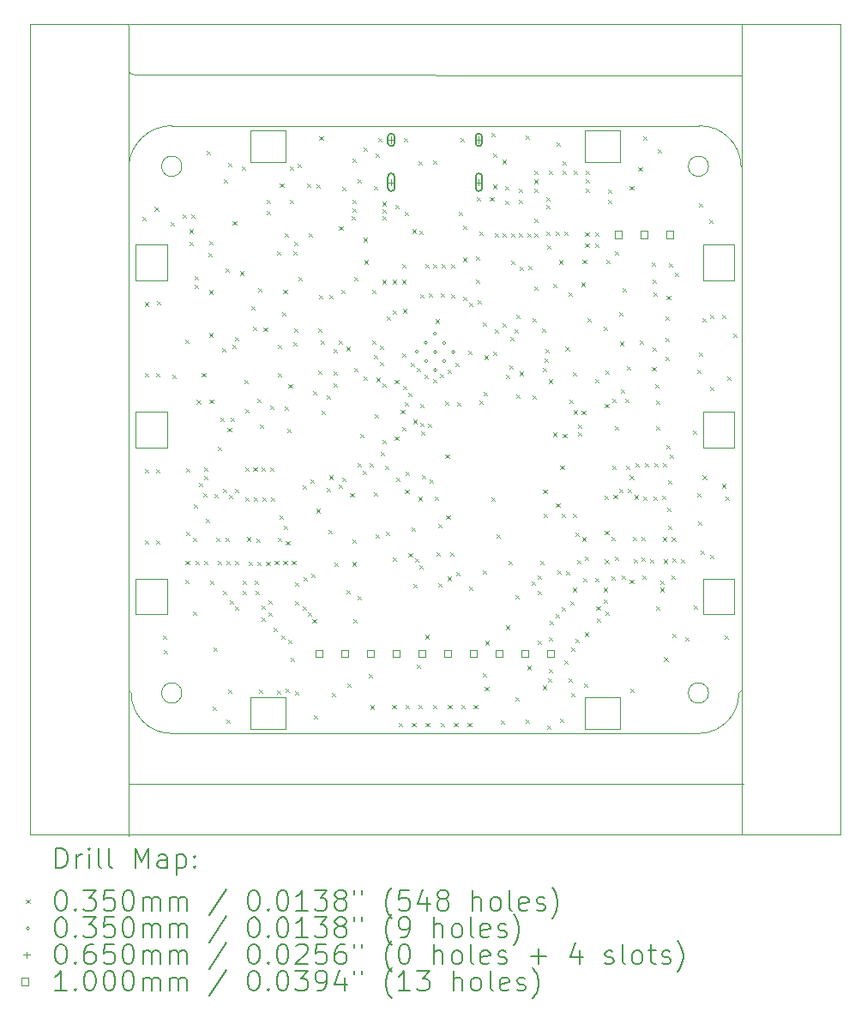
<source format=gbr>
%TF.GenerationSoftware,KiCad,Pcbnew,7.0.7*%
%TF.CreationDate,2023-12-02T12:42:33+01:00*%
%TF.ProjectId,BusPirate-5-rev10,42757350-6972-4617-9465-2d352d726576,rev?*%
%TF.SameCoordinates,Original*%
%TF.FileFunction,Drillmap*%
%TF.FilePolarity,Positive*%
%FSLAX45Y45*%
G04 Gerber Fmt 4.5, Leading zero omitted, Abs format (unit mm)*
G04 Created by KiCad (PCBNEW 7.0.7) date 2023-12-02 12:42:33*
%MOMM*%
%LPD*%
G01*
G04 APERTURE LIST*
%ADD10C,0.050000*%
%ADD11C,0.200000*%
%ADD12C,0.035000*%
%ADD13C,0.065000*%
%ADD14C,0.100000*%
G04 APERTURE END LIST*
D10*
X9990000Y-11610000D02*
G75*
G03*
X10390000Y-12010000I400000J0D01*
G01*
X15690000Y-11610000D02*
G75*
G03*
X15690000Y-11610000I-100000J0D01*
G01*
X10490000Y-6410000D02*
G75*
G03*
X10490000Y-6410000I-100000J0D01*
G01*
X10490000Y-11610000D02*
G75*
G03*
X10490000Y-11610000I-100000J0D01*
G01*
X10389992Y-6009054D02*
G75*
G03*
X9965000Y-6410000I3758J-429696D01*
G01*
X15590000Y-12010000D02*
G75*
G03*
X15990000Y-11610000I0J400000D01*
G01*
X10390000Y-12010000D02*
X15590000Y-12010000D01*
X15690000Y-6410000D02*
G75*
G03*
X15690000Y-6410000I-100000J0D01*
G01*
X16010903Y-6410081D02*
G75*
G03*
X15595000Y-6010000I-408154J-8079D01*
G01*
X15595000Y-6010000D02*
X10390000Y-6010000D01*
X9965000Y-5025000D02*
X9965000Y-13025000D01*
X10035000Y-7195000D02*
X10035000Y-7525000D01*
X14815000Y-6065000D02*
X14815000Y-6355000D01*
X14805000Y-6365000D02*
X14475000Y-6365000D01*
X15935000Y-10835000D02*
X15645000Y-10835000D01*
X11165000Y-6065000D02*
X11165000Y-6355000D01*
X10335000Y-7535000D02*
X10045000Y-7535000D01*
X11505000Y-6365000D02*
X11175000Y-6365000D01*
X15935000Y-7185000D02*
X15645000Y-7185000D01*
X10335000Y-10485000D02*
X10045000Y-10485000D01*
X11505000Y-6055000D02*
X11175000Y-6055000D01*
X14805000Y-11655000D02*
X14475000Y-11655000D01*
X10035000Y-10495000D02*
X10035000Y-10825000D01*
X11515000Y-6065000D02*
X11515000Y-6355000D01*
X11515000Y-11665000D02*
X11515000Y-11955000D01*
X14465000Y-11665000D02*
X14465000Y-11955000D01*
X10345000Y-7195000D02*
X10345000Y-7525000D01*
X11505000Y-11655000D02*
X11175000Y-11655000D01*
X15635000Y-10495000D02*
X15635000Y-10825000D01*
X11165000Y-11665000D02*
X11165000Y-11955000D01*
X15945000Y-7195000D02*
X15945000Y-7525000D01*
X14805000Y-6055000D02*
X14465000Y-6055000D01*
X14805000Y-11965000D02*
X14475000Y-11965000D01*
X14465000Y-6065000D02*
X14465000Y-6355000D01*
X10335000Y-8835000D02*
X10045000Y-8835000D01*
X10335000Y-10835000D02*
X10045000Y-10835000D01*
X10335000Y-7185000D02*
X10045000Y-7185000D01*
X10345000Y-10495000D02*
X10345000Y-10825000D01*
X15635000Y-7195000D02*
X15635000Y-7525000D01*
X15935000Y-10485000D02*
X15645000Y-10485000D01*
X10335000Y-9185000D02*
X10045000Y-9185000D01*
X15945000Y-10495000D02*
X15945000Y-10825000D01*
X14815000Y-11665000D02*
X14815000Y-11955000D01*
X11505000Y-11965000D02*
X11175000Y-11965000D01*
X10345000Y-8845000D02*
X10345000Y-9175000D01*
X10035000Y-8845000D02*
X10035000Y-9175000D01*
X15935000Y-7535000D02*
X15645000Y-7535000D01*
X16990000Y-6410000D02*
X16990000Y-11610000D01*
X16010907Y-6410081D02*
X16020000Y-6410000D01*
X8990000Y-5010000D02*
X16990000Y-5010000D01*
X10015000Y-5505000D02*
X16015000Y-5510000D01*
X16990000Y-5010000D02*
X16990000Y-6410000D01*
X16990000Y-11610000D02*
X16990000Y-13010000D01*
X8990000Y-13010000D02*
X16990000Y-13010000D01*
X16020000Y-5010000D02*
X16015000Y-13010000D01*
X9986708Y-12510657D02*
X16035000Y-12510000D01*
X14815000Y-6055000D02*
X14815000Y-6065000D01*
X14465000Y-6055000D02*
X14465000Y-6065000D01*
X14815000Y-6365000D02*
X14805000Y-6365000D01*
X14465000Y-6365000D02*
X14475000Y-6365000D01*
X11165000Y-6055000D02*
X11165000Y-6065000D01*
X11515000Y-6055000D02*
X11515000Y-6065000D01*
X11515000Y-6365000D02*
X11505000Y-6365000D01*
X11165000Y-6365000D02*
X11165000Y-6355000D01*
X15945000Y-7185000D02*
X15945000Y-7195000D01*
X15635000Y-7185000D02*
X15645000Y-7185000D01*
X15945000Y-7535000D02*
X15935000Y-7535000D01*
X15635000Y-7535000D02*
X15635000Y-7525000D01*
X15945000Y-10485000D02*
X15945000Y-10495000D01*
X15945000Y-10835000D02*
X15935000Y-10835000D01*
X15635000Y-10835000D02*
X15635000Y-10825000D01*
X15635000Y-10485000D02*
X15645000Y-10485000D01*
X10035000Y-7185000D02*
X10045000Y-7185000D01*
X10345000Y-7185000D02*
X10345000Y-7195000D01*
X10345000Y-7535000D02*
X10335000Y-7535000D01*
X10035000Y-7535000D02*
X10035000Y-7525000D01*
X10035000Y-8835000D02*
X10045000Y-8835000D01*
X10345000Y-8835000D02*
X10345000Y-8845000D01*
X10345000Y-9185000D02*
X10335000Y-9185000D01*
X10035000Y-9185000D02*
X10035000Y-9175000D01*
X10345000Y-10485000D02*
X10345000Y-10495000D01*
X10035000Y-10485000D02*
X10045000Y-10485000D01*
X10345000Y-10835000D02*
X10335000Y-10835000D01*
X10035000Y-10835000D02*
X10035000Y-10825000D01*
X11165000Y-11655000D02*
X11175000Y-11655000D01*
X11515000Y-11655000D02*
X11515000Y-11665000D01*
X11515000Y-11965000D02*
X11505000Y-11965000D01*
X11165000Y-11965000D02*
X11165000Y-11955000D01*
X14465000Y-11655000D02*
X14475000Y-11655000D01*
X14815000Y-11655000D02*
X14815000Y-11665000D01*
X14815000Y-11965000D02*
X14805000Y-11965000D01*
X14465000Y-11965000D02*
X14465000Y-11955000D01*
X8990000Y-5010000D02*
X8990000Y-6410000D01*
X8990000Y-6410000D02*
X8990000Y-11610000D01*
X8990000Y-11610000D02*
X8990000Y-13010000D01*
X15645000Y-9185000D02*
X15635000Y-9185000D01*
X15945000Y-9185000D02*
X15935000Y-9185000D01*
X15945000Y-9175000D02*
X15945000Y-9185000D01*
X15945000Y-8835000D02*
X15945000Y-8845000D01*
X15635000Y-9185000D02*
X15635000Y-9175000D01*
X15635000Y-8835000D02*
X15645000Y-8835000D01*
X15635000Y-8845000D02*
X15635000Y-8835000D01*
X15935000Y-8835000D02*
X15945000Y-8835000D01*
X15935000Y-8835000D02*
X15645000Y-8835000D01*
X15635000Y-8845000D02*
X15635000Y-9175000D01*
X15935000Y-9185000D02*
X15645000Y-9185000D01*
X15945000Y-8845000D02*
X15945000Y-9175000D01*
X15935000Y-7185000D02*
X15945000Y-7185000D01*
X9990000Y-11610000D02*
G75*
G03*
X9964394Y-11599393I-15000J0D01*
G01*
X14465000Y-6355000D02*
X14465000Y-6365000D01*
X14815000Y-6355000D02*
X14815000Y-6365000D01*
X10335000Y-8835000D02*
X10345000Y-8835000D01*
X15945000Y-10825000D02*
X15945000Y-10835000D01*
X15935000Y-10485000D02*
X15945000Y-10485000D01*
X11165000Y-11665000D02*
X11165000Y-11655000D01*
X11505000Y-11655000D02*
X11515000Y-11655000D01*
X15945000Y-7525000D02*
X15945000Y-7535000D01*
X10035000Y-7195000D02*
X10035000Y-7185000D01*
X10345000Y-10825000D02*
X10345000Y-10835000D01*
X9967498Y-5010008D02*
G75*
G03*
X9965000Y-5025807I-2498J-7703D01*
G01*
X9965000Y-12497240D02*
G75*
G03*
X9986708Y-12510656I15000J0D01*
G01*
X10345000Y-9175000D02*
X10345000Y-9185000D01*
X16015000Y-11589996D02*
G75*
G03*
X15990000Y-11610495I0J-25494D01*
G01*
X11515000Y-6355000D02*
X11515000Y-6365000D01*
X15645000Y-10835000D02*
X15635000Y-10835000D01*
X11505000Y-6055000D02*
X11515000Y-6055000D01*
X10335000Y-10485000D02*
X10345000Y-10485000D01*
X9965088Y-5456632D02*
G75*
G03*
X10015000Y-5505000I47502J-918D01*
G01*
X14805000Y-6055000D02*
X14815000Y-6055000D01*
X10045000Y-10835000D02*
X10035000Y-10835000D01*
X11175000Y-11965000D02*
X11165000Y-11965000D01*
X10345000Y-7525000D02*
X10345000Y-7535000D01*
X14465000Y-11665000D02*
X14465000Y-11655000D01*
X14475000Y-11965000D02*
X14465000Y-11965000D01*
X11175000Y-6055000D02*
X11165000Y-6055000D01*
X15635000Y-7195000D02*
X15635000Y-7185000D01*
X11175000Y-6365000D02*
X11165000Y-6365000D01*
X14805000Y-11655000D02*
X14815000Y-11655000D01*
X15645000Y-7535000D02*
X15635000Y-7535000D01*
X10035000Y-8845000D02*
X10035000Y-8835000D01*
X10335000Y-7185000D02*
X10345000Y-7185000D01*
X11515000Y-11955000D02*
X11515000Y-11965000D01*
X10035000Y-10495000D02*
X10035000Y-10485000D01*
X10045000Y-9185000D02*
X10035000Y-9185000D01*
X14815000Y-11955000D02*
X14815000Y-11965000D01*
X15635000Y-10495000D02*
X15635000Y-10485000D01*
X10045000Y-7535000D02*
X10035000Y-7535000D01*
D11*
D12*
X10097500Y-6907500D02*
X10132500Y-6942500D01*
X10132500Y-6907500D02*
X10097500Y-6942500D01*
X10122500Y-8452500D02*
X10157500Y-8487500D01*
X10157500Y-8452500D02*
X10122500Y-8487500D01*
X10122500Y-9402500D02*
X10157500Y-9437500D01*
X10157500Y-9402500D02*
X10122500Y-9437500D01*
X10122500Y-10102500D02*
X10157500Y-10137500D01*
X10157500Y-10102500D02*
X10122500Y-10137500D01*
X10127500Y-7752500D02*
X10162500Y-7787500D01*
X10162500Y-7752500D02*
X10127500Y-7787500D01*
X10222500Y-6812500D02*
X10257500Y-6847500D01*
X10257500Y-6812500D02*
X10222500Y-6847500D01*
X10232500Y-8452500D02*
X10267500Y-8487500D01*
X10267500Y-8452500D02*
X10232500Y-8487500D01*
X10232500Y-9402500D02*
X10267500Y-9437500D01*
X10267500Y-9402500D02*
X10232500Y-9437500D01*
X10232500Y-10102500D02*
X10267500Y-10137500D01*
X10267500Y-10102500D02*
X10232500Y-10137500D01*
X10242500Y-7742500D02*
X10277500Y-7777500D01*
X10277500Y-7742500D02*
X10242500Y-7777500D01*
X10306150Y-11042417D02*
X10341150Y-11077417D01*
X10341150Y-11042417D02*
X10306150Y-11077417D01*
X10312500Y-11187500D02*
X10347500Y-11222500D01*
X10347500Y-11187500D02*
X10312500Y-11222500D01*
X10382500Y-6962500D02*
X10417500Y-6997500D01*
X10417500Y-6962500D02*
X10382500Y-6997500D01*
X10397890Y-8466100D02*
X10432890Y-8501100D01*
X10432890Y-8466100D02*
X10397890Y-8501100D01*
X10497500Y-6887500D02*
X10532500Y-6922500D01*
X10532500Y-6887500D02*
X10497500Y-6922500D01*
X10519754Y-8118130D02*
X10554754Y-8153130D01*
X10554754Y-8118130D02*
X10519754Y-8153130D01*
X10522500Y-10492500D02*
X10557500Y-10527500D01*
X10557500Y-10492500D02*
X10522500Y-10527500D01*
X10527500Y-10302500D02*
X10562500Y-10337500D01*
X10562500Y-10302500D02*
X10527500Y-10337500D01*
X10532500Y-9387500D02*
X10567500Y-9422500D01*
X10567500Y-9387500D02*
X10532500Y-9422500D01*
X10532500Y-10017500D02*
X10567500Y-10052500D01*
X10567500Y-10017500D02*
X10532500Y-10052500D01*
X10562500Y-7032500D02*
X10597500Y-7067500D01*
X10597500Y-7032500D02*
X10562500Y-7067500D01*
X10567500Y-7157500D02*
X10602500Y-7192500D01*
X10602500Y-7157500D02*
X10567500Y-7192500D01*
X10582500Y-6887500D02*
X10617500Y-6922500D01*
X10617500Y-6887500D02*
X10582500Y-6922500D01*
X10597500Y-10077500D02*
X10632500Y-10112500D01*
X10632500Y-10077500D02*
X10597500Y-10112500D01*
X10599700Y-10802900D02*
X10634700Y-10837900D01*
X10634700Y-10802900D02*
X10599700Y-10837900D01*
X10607500Y-9747500D02*
X10642500Y-9782500D01*
X10642500Y-9747500D02*
X10607500Y-9782500D01*
X10612500Y-7492500D02*
X10647500Y-7527500D01*
X10647500Y-7492500D02*
X10612500Y-7527500D01*
X10612500Y-7582500D02*
X10647500Y-7617500D01*
X10647500Y-7582500D02*
X10612500Y-7617500D01*
X10622500Y-10302500D02*
X10657500Y-10337500D01*
X10657500Y-10302500D02*
X10622500Y-10337500D01*
X10636730Y-8717543D02*
X10671730Y-8752543D01*
X10671730Y-8717543D02*
X10636730Y-8752543D01*
X10658615Y-9532900D02*
X10693615Y-9567900D01*
X10693615Y-9532900D02*
X10658615Y-9567900D01*
X10687500Y-8452500D02*
X10722500Y-8487500D01*
X10722500Y-8452500D02*
X10687500Y-8487500D01*
X10701300Y-9634500D02*
X10736300Y-9669500D01*
X10736300Y-9634500D02*
X10701300Y-9669500D01*
X10707500Y-10302500D02*
X10742500Y-10337500D01*
X10742500Y-10302500D02*
X10707500Y-10337500D01*
X10708798Y-9470045D02*
X10743798Y-9505045D01*
X10743798Y-9470045D02*
X10708798Y-9505045D01*
X10709440Y-9380500D02*
X10744440Y-9415500D01*
X10744440Y-9380500D02*
X10709440Y-9415500D01*
X10726500Y-9891500D02*
X10761500Y-9926500D01*
X10761500Y-9891500D02*
X10726500Y-9926500D01*
X10737500Y-6257500D02*
X10772500Y-6292500D01*
X10772500Y-6257500D02*
X10737500Y-6292500D01*
X10752500Y-7267500D02*
X10787500Y-7302500D01*
X10787500Y-7267500D02*
X10752500Y-7302500D01*
X10757500Y-8057500D02*
X10792500Y-8092500D01*
X10792500Y-8057500D02*
X10757500Y-8092500D01*
X10759000Y-7634000D02*
X10794000Y-7669000D01*
X10794000Y-7634000D02*
X10759000Y-7669000D01*
X10762500Y-7147500D02*
X10797500Y-7182500D01*
X10797500Y-7147500D02*
X10762500Y-7182500D01*
X10763670Y-8712379D02*
X10798670Y-8747379D01*
X10798670Y-8712379D02*
X10763670Y-8747379D01*
X10767500Y-10502500D02*
X10802500Y-10537500D01*
X10802500Y-10502500D02*
X10767500Y-10537500D01*
X10792500Y-11742500D02*
X10827500Y-11777500D01*
X10827500Y-11742500D02*
X10792500Y-11777500D01*
X10802900Y-11158500D02*
X10837900Y-11193500D01*
X10837900Y-11158500D02*
X10802900Y-11193500D01*
X10812500Y-9642500D02*
X10847500Y-9677500D01*
X10847500Y-9642500D02*
X10812500Y-9677500D01*
X10827500Y-10077500D02*
X10862500Y-10112500D01*
X10862500Y-10077500D02*
X10827500Y-10112500D01*
X10842500Y-10302500D02*
X10877500Y-10337500D01*
X10877500Y-10302500D02*
X10842500Y-10337500D01*
X10848161Y-9180178D02*
X10883161Y-9215178D01*
X10883161Y-9180178D02*
X10848161Y-9215178D01*
X10872500Y-8892500D02*
X10907500Y-8927500D01*
X10907500Y-8892500D02*
X10872500Y-8927500D01*
X10887500Y-8202500D02*
X10922500Y-8237500D01*
X10922500Y-8202500D02*
X10887500Y-8237500D01*
X10892500Y-9592500D02*
X10927500Y-9627500D01*
X10927500Y-9592500D02*
X10892500Y-9627500D01*
X10892500Y-10602500D02*
X10927500Y-10637500D01*
X10927500Y-10602500D02*
X10892500Y-10637500D01*
X10904500Y-6535700D02*
X10939500Y-6570700D01*
X10939500Y-6535700D02*
X10904500Y-6570700D01*
X10917500Y-10077500D02*
X10952500Y-10112500D01*
X10952500Y-10077500D02*
X10917500Y-10112500D01*
X10922500Y-7417500D02*
X10957500Y-7452500D01*
X10957500Y-7417500D02*
X10922500Y-7452500D01*
X10927500Y-11872500D02*
X10962500Y-11907500D01*
X10962500Y-11872500D02*
X10927500Y-11907500D01*
X10932500Y-10302500D02*
X10967500Y-10337500D01*
X10967500Y-10302500D02*
X10932500Y-10337500D01*
X10942500Y-8992500D02*
X10977500Y-9027500D01*
X10977500Y-8992500D02*
X10942500Y-9027500D01*
X10947500Y-6377500D02*
X10982500Y-6412500D01*
X10982500Y-6377500D02*
X10947500Y-6412500D01*
X10947500Y-11572500D02*
X10982500Y-11607500D01*
X10982500Y-11572500D02*
X10947500Y-11607500D01*
X10952500Y-9652500D02*
X10987500Y-9687500D01*
X10987500Y-9652500D02*
X10952500Y-9687500D01*
X10962500Y-10692500D02*
X10997500Y-10727500D01*
X10997500Y-10692500D02*
X10962500Y-10727500D01*
X10972500Y-8892500D02*
X11007500Y-8927500D01*
X11007500Y-8892500D02*
X10972500Y-8927500D01*
X10985623Y-8173972D02*
X11020623Y-8208972D01*
X11020623Y-8173972D02*
X10985623Y-8208972D01*
X10992500Y-6952500D02*
X11027500Y-6987500D01*
X11027500Y-6952500D02*
X10992500Y-6987500D01*
X11012500Y-8092500D02*
X11047500Y-8127500D01*
X11047500Y-8092500D02*
X11012500Y-8127500D01*
X11012500Y-9592500D02*
X11047500Y-9627500D01*
X11047500Y-9592500D02*
X11012500Y-9627500D01*
X11012500Y-10752500D02*
X11047500Y-10787500D01*
X11047500Y-10752500D02*
X11012500Y-10787500D01*
X11017500Y-10302500D02*
X11052500Y-10337500D01*
X11052500Y-10302500D02*
X11017500Y-10337500D01*
X11062500Y-7447500D02*
X11097500Y-7482500D01*
X11097500Y-7447500D02*
X11062500Y-7482500D01*
X11082500Y-6407500D02*
X11117500Y-6442500D01*
X11117500Y-6407500D02*
X11082500Y-6442500D01*
X11092500Y-10502500D02*
X11127500Y-10537500D01*
X11127500Y-10502500D02*
X11092500Y-10537500D01*
X11092500Y-10602500D02*
X11127500Y-10637500D01*
X11127500Y-10602500D02*
X11092500Y-10637500D01*
X11107700Y-8516900D02*
X11142700Y-8551900D01*
X11142700Y-8516900D02*
X11107700Y-8551900D01*
X11112500Y-8807500D02*
X11147500Y-8842500D01*
X11147500Y-8807500D02*
X11112500Y-8842500D01*
X11114500Y-9682500D02*
X11149500Y-9717500D01*
X11149500Y-9682500D02*
X11114500Y-9717500D01*
X11115489Y-9382500D02*
X11150489Y-9417500D01*
X11150489Y-9382500D02*
X11115489Y-9417500D01*
X11132500Y-10072500D02*
X11167500Y-10107500D01*
X11167500Y-10072500D02*
X11132500Y-10107500D01*
X11147500Y-10312500D02*
X11182500Y-10347500D01*
X11182500Y-10312500D02*
X11147500Y-10347500D01*
X11172500Y-7792500D02*
X11207500Y-7827500D01*
X11207500Y-7792500D02*
X11172500Y-7827500D01*
X11190951Y-7994887D02*
X11225951Y-8029887D01*
X11225951Y-7994887D02*
X11190951Y-8029887D01*
X11196159Y-9382500D02*
X11231159Y-9417500D01*
X11231159Y-9382500D02*
X11196159Y-9417500D01*
X11202500Y-9682500D02*
X11237500Y-9717500D01*
X11237500Y-9682500D02*
X11202500Y-9717500D01*
X11211150Y-10502500D02*
X11246150Y-10537500D01*
X11246150Y-10502500D02*
X11211150Y-10537500D01*
X11220861Y-10605218D02*
X11255861Y-10640218D01*
X11255861Y-10605218D02*
X11220861Y-10640218D01*
X11222500Y-10087500D02*
X11257500Y-10122500D01*
X11257500Y-10087500D02*
X11222500Y-10122500D01*
X11232500Y-8702500D02*
X11267500Y-8737500D01*
X11267500Y-8702500D02*
X11232500Y-8737500D01*
X11237500Y-10312500D02*
X11272500Y-10347500D01*
X11272500Y-10312500D02*
X11237500Y-10347500D01*
X11242500Y-7612500D02*
X11277500Y-7647500D01*
X11277500Y-7612500D02*
X11242500Y-7647500D01*
X11252500Y-11577500D02*
X11287500Y-11612500D01*
X11287500Y-11577500D02*
X11252500Y-11612500D01*
X11262500Y-8962500D02*
X11297500Y-8997500D01*
X11297500Y-8962500D02*
X11262500Y-8997500D01*
X11276830Y-9382500D02*
X11311830Y-9417500D01*
X11311830Y-9382500D02*
X11276830Y-9417500D01*
X11277500Y-10742500D02*
X11312500Y-10777500D01*
X11312500Y-10742500D02*
X11277500Y-10777500D01*
X11277500Y-10862500D02*
X11312500Y-10897500D01*
X11312500Y-10862500D02*
X11277500Y-10897500D01*
X11284309Y-9682500D02*
X11319309Y-9717500D01*
X11319309Y-9682500D02*
X11284309Y-9717500D01*
X11297500Y-8002500D02*
X11332500Y-8037500D01*
X11332500Y-8002500D02*
X11297500Y-8037500D01*
X11322500Y-10312500D02*
X11357500Y-10347500D01*
X11357500Y-10312500D02*
X11322500Y-10347500D01*
X11327500Y-6742500D02*
X11362500Y-6777500D01*
X11362500Y-6742500D02*
X11327500Y-6777500D01*
X11327500Y-6847500D02*
X11362500Y-6882500D01*
X11362500Y-6847500D02*
X11327500Y-6882500D01*
X11342500Y-10692500D02*
X11377500Y-10727500D01*
X11377500Y-10692500D02*
X11342500Y-10727500D01*
X11342500Y-10812500D02*
X11377500Y-10847500D01*
X11377500Y-10812500D02*
X11342500Y-10847500D01*
X11357500Y-9382500D02*
X11392500Y-9417500D01*
X11392500Y-9382500D02*
X11357500Y-9417500D01*
X11361700Y-8770900D02*
X11396700Y-8805900D01*
X11396700Y-8770900D02*
X11361700Y-8805900D01*
X11369500Y-9682500D02*
X11404500Y-9717500D01*
X11404500Y-9682500D02*
X11369500Y-9717500D01*
X11397786Y-10962837D02*
X11432786Y-10997837D01*
X11432786Y-10962837D02*
X11397786Y-10997837D01*
X11407500Y-10307500D02*
X11442500Y-10342500D01*
X11442500Y-10307500D02*
X11407500Y-10342500D01*
X11427500Y-11587500D02*
X11462500Y-11622500D01*
X11462500Y-11587500D02*
X11427500Y-11622500D01*
X11432500Y-7247500D02*
X11467500Y-7282500D01*
X11467500Y-7247500D02*
X11432500Y-7282500D01*
X11436182Y-8452806D02*
X11471182Y-8487806D01*
X11471182Y-8452806D02*
X11436182Y-8487806D01*
X11437500Y-8172500D02*
X11472500Y-8207500D01*
X11472500Y-8172500D02*
X11437500Y-8207500D01*
X11437500Y-10077500D02*
X11472500Y-10112500D01*
X11472500Y-10077500D02*
X11437500Y-10112500D01*
X11456213Y-9856515D02*
X11491213Y-9891515D01*
X11491213Y-9856515D02*
X11456213Y-9891515D01*
X11458500Y-6576500D02*
X11493500Y-6611500D01*
X11493500Y-6576500D02*
X11458500Y-6611500D01*
X11468901Y-11042535D02*
X11503901Y-11077535D01*
X11503901Y-11042535D02*
X11468901Y-11077535D01*
X11482500Y-7847500D02*
X11517500Y-7882500D01*
X11517500Y-7847500D02*
X11482500Y-7882500D01*
X11492500Y-7632500D02*
X11527500Y-7667500D01*
X11527500Y-7632500D02*
X11492500Y-7667500D01*
X11492500Y-10307500D02*
X11527500Y-10342500D01*
X11527500Y-10307500D02*
X11492500Y-10342500D01*
X11497721Y-9961722D02*
X11532721Y-9996722D01*
X11532721Y-9961722D02*
X11497721Y-9996722D01*
X11502197Y-8779967D02*
X11537197Y-8814967D01*
X11537197Y-8779967D02*
X11502197Y-8814967D01*
X11504500Y-7068500D02*
X11539500Y-7103500D01*
X11539500Y-7068500D02*
X11504500Y-7103500D01*
X11514100Y-11564900D02*
X11549100Y-11599900D01*
X11549100Y-11564900D02*
X11514100Y-11599900D01*
X11517500Y-10112500D02*
X11552500Y-10147500D01*
X11552500Y-10112500D02*
X11517500Y-10147500D01*
X11529367Y-8998430D02*
X11564367Y-9033430D01*
X11564367Y-8998430D02*
X11529367Y-9033430D01*
X11538790Y-11085449D02*
X11573790Y-11120449D01*
X11573790Y-11085449D02*
X11538790Y-11120449D01*
X11542855Y-8560704D02*
X11577855Y-8595704D01*
X11577855Y-8560704D02*
X11542855Y-8595704D01*
X11552500Y-6407500D02*
X11587500Y-6442500D01*
X11587500Y-6407500D02*
X11552500Y-6442500D01*
X11557500Y-6742500D02*
X11592500Y-6777500D01*
X11592500Y-6742500D02*
X11557500Y-6777500D01*
X11564900Y-11260100D02*
X11599900Y-11295100D01*
X11599900Y-11260100D02*
X11564900Y-11295100D01*
X11577500Y-10307500D02*
X11612500Y-10342500D01*
X11612500Y-10307500D02*
X11577500Y-10342500D01*
X11587500Y-8147500D02*
X11622500Y-8182500D01*
X11622500Y-8147500D02*
X11587500Y-8182500D01*
X11592500Y-7250500D02*
X11627500Y-7285500D01*
X11627500Y-7250500D02*
X11592500Y-7285500D01*
X11597500Y-7152500D02*
X11632500Y-7187500D01*
X11632500Y-7152500D02*
X11597500Y-7187500D01*
X11597500Y-8007500D02*
X11632500Y-8042500D01*
X11632500Y-8007500D02*
X11597500Y-8042500D01*
X11606194Y-10704650D02*
X11641194Y-10739650D01*
X11641194Y-10704650D02*
X11606194Y-10739650D01*
X11607500Y-10517500D02*
X11642500Y-10552500D01*
X11642500Y-10517500D02*
X11607500Y-10552500D01*
X11607500Y-11592500D02*
X11642500Y-11627500D01*
X11642500Y-11592500D02*
X11607500Y-11627500D01*
X11632500Y-6382500D02*
X11667500Y-6417500D01*
X11667500Y-6382500D02*
X11632500Y-6417500D01*
X11642500Y-7502500D02*
X11677500Y-7537500D01*
X11677500Y-7502500D02*
X11642500Y-7537500D01*
X11680096Y-10754650D02*
X11715096Y-10789650D01*
X11715096Y-10754650D02*
X11680096Y-10789650D01*
X11682550Y-9557500D02*
X11717550Y-9592500D01*
X11717550Y-9557500D02*
X11682550Y-9592500D01*
X11689650Y-10466800D02*
X11724650Y-10501800D01*
X11724650Y-10466800D02*
X11689650Y-10501800D01*
X11722500Y-6582500D02*
X11757500Y-6617500D01*
X11757500Y-6582500D02*
X11722500Y-6617500D01*
X11736322Y-10815068D02*
X11771322Y-10850068D01*
X11771322Y-10815068D02*
X11736322Y-10850068D01*
X11742500Y-7072500D02*
X11777500Y-7107500D01*
X11777500Y-7072500D02*
X11742500Y-7107500D01*
X11762550Y-9497500D02*
X11797550Y-9532500D01*
X11797550Y-9497500D02*
X11762550Y-9532500D01*
X11763987Y-10430633D02*
X11798987Y-10465633D01*
X11798987Y-10430633D02*
X11763987Y-10465633D01*
X11780131Y-10884470D02*
X11815131Y-10919470D01*
X11815131Y-10884470D02*
X11780131Y-10919470D01*
X11787500Y-8630670D02*
X11822500Y-8665670D01*
X11822500Y-8630670D02*
X11787500Y-8665670D01*
X11793500Y-11832500D02*
X11828500Y-11867500D01*
X11828500Y-11832500D02*
X11793500Y-11867500D01*
X11816653Y-9793185D02*
X11851653Y-9828185D01*
X11851653Y-9793185D02*
X11816653Y-9828185D01*
X11818900Y-6586500D02*
X11853900Y-6621500D01*
X11853900Y-6586500D02*
X11818900Y-6621500D01*
X11832500Y-8007500D02*
X11867500Y-8042500D01*
X11867500Y-8007500D02*
X11832500Y-8042500D01*
X11832500Y-8422500D02*
X11867500Y-8457500D01*
X11867500Y-8422500D02*
X11832500Y-8457500D01*
X11842500Y-7677500D02*
X11877500Y-7712500D01*
X11877500Y-7677500D02*
X11842500Y-7712500D01*
X11847500Y-6117500D02*
X11882500Y-6152500D01*
X11882500Y-6117500D02*
X11847500Y-6152500D01*
X11862500Y-8127500D02*
X11897500Y-8162500D01*
X11897500Y-8127500D02*
X11862500Y-8162500D01*
X11869700Y-8821700D02*
X11904700Y-8856700D01*
X11904700Y-8821700D02*
X11869700Y-8856700D01*
X11920500Y-8669300D02*
X11955500Y-8704300D01*
X11955500Y-8669300D02*
X11920500Y-8704300D01*
X11921350Y-9583700D02*
X11956350Y-9618700D01*
X11956350Y-9583700D02*
X11921350Y-9618700D01*
X11938521Y-9997041D02*
X11973521Y-10032041D01*
X11973521Y-9997041D02*
X11938521Y-10032041D01*
X11947500Y-7677500D02*
X11982500Y-7712500D01*
X11982500Y-7677500D02*
X11947500Y-7712500D01*
X11947550Y-9462500D02*
X11982550Y-9497500D01*
X11982550Y-9462500D02*
X11947550Y-9497500D01*
X11971300Y-11612500D02*
X12006300Y-11647500D01*
X12006300Y-11612500D02*
X11971300Y-11647500D01*
X11987500Y-8217500D02*
X12022500Y-8252500D01*
X12022500Y-8217500D02*
X11987500Y-8252500D01*
X11987500Y-8432500D02*
X12022500Y-8467500D01*
X12022500Y-8432500D02*
X11987500Y-8467500D01*
X11990000Y-8552500D02*
X12025000Y-8587500D01*
X12025000Y-8552500D02*
X11990000Y-8587500D01*
X11994577Y-10318810D02*
X12029577Y-10353810D01*
X12029577Y-10318810D02*
X11994577Y-10353810D01*
X12037500Y-8132500D02*
X12072500Y-8167500D01*
X12072500Y-8132500D02*
X12037500Y-8167500D01*
X12039718Y-9554976D02*
X12074718Y-9589976D01*
X12074718Y-9554976D02*
X12039718Y-9589976D01*
X12042500Y-7002500D02*
X12077500Y-7037500D01*
X12077500Y-7002500D02*
X12042500Y-7037500D01*
X12067500Y-7627500D02*
X12102500Y-7662500D01*
X12102500Y-7627500D02*
X12067500Y-7662500D01*
X12072500Y-6617500D02*
X12107500Y-6652500D01*
X12107500Y-6617500D02*
X12072500Y-6652500D01*
X12073750Y-9482100D02*
X12108750Y-9517100D01*
X12108750Y-9482100D02*
X12073750Y-9517100D01*
X12112500Y-8192500D02*
X12147500Y-8227500D01*
X12147500Y-8192500D02*
X12112500Y-8227500D01*
X12118147Y-10592650D02*
X12153147Y-10627650D01*
X12153147Y-10592650D02*
X12118147Y-10627650D01*
X12123700Y-11514100D02*
X12158700Y-11549100D01*
X12158700Y-11514100D02*
X12123700Y-11549100D01*
X12152550Y-9634500D02*
X12187550Y-9669500D01*
X12187550Y-9634500D02*
X12152550Y-9669500D01*
X12167500Y-6902500D02*
X12202500Y-6937500D01*
X12202500Y-6902500D02*
X12167500Y-6937500D01*
X12172500Y-6332500D02*
X12207500Y-6367500D01*
X12207500Y-6332500D02*
X12172500Y-6367500D01*
X12172500Y-6742500D02*
X12207500Y-6777500D01*
X12207500Y-6742500D02*
X12172500Y-6777500D01*
X12172500Y-6822500D02*
X12207500Y-6857500D01*
X12207500Y-6822500D02*
X12172500Y-6857500D01*
X12174500Y-10317690D02*
X12209500Y-10352690D01*
X12209500Y-10317690D02*
X12174500Y-10352690D01*
X12175726Y-10091171D02*
X12210726Y-10126171D01*
X12210726Y-10091171D02*
X12175726Y-10126171D01*
X12180131Y-10881309D02*
X12215131Y-10916309D01*
X12215131Y-10881309D02*
X12180131Y-10916309D01*
X12187500Y-8402500D02*
X12222500Y-8437500D01*
X12222500Y-8402500D02*
X12187500Y-8437500D01*
X12192500Y-7502500D02*
X12227500Y-7537500D01*
X12227500Y-7502500D02*
X12192500Y-7537500D01*
X12222550Y-9342500D02*
X12257550Y-9377500D01*
X12257550Y-9342500D02*
X12222550Y-9377500D01*
X12225300Y-6535700D02*
X12260300Y-6570700D01*
X12260300Y-6535700D02*
X12225300Y-6570700D01*
X12225300Y-10650500D02*
X12260300Y-10685500D01*
X12260300Y-10650500D02*
X12225300Y-10685500D01*
X12247162Y-9052840D02*
X12282162Y-9087840D01*
X12282162Y-9052840D02*
X12247162Y-9087840D01*
X12273855Y-9420060D02*
X12308855Y-9455060D01*
X12308855Y-9420060D02*
X12273855Y-9455060D01*
X12287500Y-6227500D02*
X12322500Y-6262500D01*
X12322500Y-6227500D02*
X12287500Y-6262500D01*
X12287500Y-7117500D02*
X12322500Y-7152500D01*
X12322500Y-7117500D02*
X12287500Y-7152500D01*
X12287500Y-8487500D02*
X12322500Y-8522500D01*
X12322500Y-8487500D02*
X12287500Y-8522500D01*
X12292500Y-7337500D02*
X12327500Y-7372500D01*
X12327500Y-7337500D02*
X12292500Y-7372500D01*
X12337500Y-11422500D02*
X12372500Y-11457500D01*
X12372500Y-11422500D02*
X12337500Y-11457500D01*
X12342550Y-9342500D02*
X12377550Y-9377500D01*
X12377550Y-9342500D02*
X12342550Y-9377500D01*
X12352500Y-11732500D02*
X12387500Y-11767500D01*
X12387500Y-11732500D02*
X12352500Y-11767500D01*
X12367500Y-7627500D02*
X12402500Y-7662500D01*
X12402500Y-7627500D02*
X12367500Y-7662500D01*
X12367500Y-8127500D02*
X12402500Y-8162500D01*
X12402500Y-8127500D02*
X12367500Y-8162500D01*
X12382500Y-6602500D02*
X12417500Y-6637500D01*
X12417500Y-6602500D02*
X12382500Y-6637500D01*
X12382550Y-9624910D02*
X12417550Y-9659910D01*
X12417550Y-9624910D02*
X12382550Y-9659910D01*
X12387500Y-8270500D02*
X12422500Y-8305500D01*
X12422500Y-8270500D02*
X12387500Y-8305500D01*
X12394890Y-8854650D02*
X12429890Y-8889650D01*
X12429890Y-8854650D02*
X12394890Y-8889650D01*
X12398880Y-10043352D02*
X12433880Y-10078352D01*
X12433880Y-10043352D02*
X12398880Y-10078352D01*
X12402500Y-6282500D02*
X12437500Y-6317500D01*
X12437500Y-6282500D02*
X12402500Y-6317500D01*
X12412500Y-8497500D02*
X12447500Y-8532500D01*
X12447500Y-8497500D02*
X12412500Y-8532500D01*
X12428500Y-6129300D02*
X12463500Y-6164300D01*
X12463500Y-6129300D02*
X12428500Y-6164300D01*
X12442500Y-8182500D02*
X12477500Y-8217500D01*
X12477500Y-8182500D02*
X12442500Y-8217500D01*
X12445500Y-8344500D02*
X12480500Y-8379500D01*
X12480500Y-8344500D02*
X12445500Y-8379500D01*
X12456702Y-9227516D02*
X12491702Y-9262516D01*
X12491702Y-9227516D02*
X12456702Y-9262516D01*
X12467500Y-7532500D02*
X12502500Y-7567500D01*
X12502500Y-7532500D02*
X12467500Y-7567500D01*
X12470690Y-9110690D02*
X12505690Y-9145690D01*
X12505690Y-9110690D02*
X12470690Y-9145690D01*
X12472500Y-6762500D02*
X12507500Y-6797500D01*
X12507500Y-6762500D02*
X12472500Y-6797500D01*
X12472500Y-6832500D02*
X12507500Y-6867500D01*
X12507500Y-6832500D02*
X12472500Y-6867500D01*
X12472500Y-6902500D02*
X12507500Y-6937500D01*
X12507500Y-6902500D02*
X12472500Y-6937500D01*
X12472500Y-8552500D02*
X12507500Y-8587500D01*
X12507500Y-8552500D02*
X12472500Y-8587500D01*
X12492500Y-9362500D02*
X12527500Y-9397500D01*
X12527500Y-9362500D02*
X12492500Y-9397500D01*
X12507621Y-10016665D02*
X12542621Y-10051665D01*
X12542621Y-10016665D02*
X12507621Y-10051665D01*
X12512500Y-7892500D02*
X12547500Y-7927500D01*
X12547500Y-7892500D02*
X12512500Y-7927500D01*
X12567500Y-11727500D02*
X12602500Y-11762500D01*
X12602500Y-11727500D02*
X12567500Y-11762500D01*
X12570186Y-10269099D02*
X12605186Y-10304099D01*
X12605186Y-10269099D02*
X12570186Y-10304099D01*
X12572500Y-7532500D02*
X12607500Y-7567500D01*
X12607500Y-7532500D02*
X12572500Y-7567500D01*
X12572500Y-7832500D02*
X12607500Y-7867500D01*
X12607500Y-7832500D02*
X12572500Y-7867500D01*
X12592500Y-8517500D02*
X12627500Y-8552500D01*
X12627500Y-8517500D02*
X12592500Y-8552500D01*
X12592500Y-9077500D02*
X12627500Y-9112500D01*
X12627500Y-9077500D02*
X12592500Y-9112500D01*
X12597500Y-6792500D02*
X12632500Y-6827500D01*
X12632500Y-6792500D02*
X12597500Y-6827500D01*
X12602500Y-9482500D02*
X12637500Y-9517500D01*
X12637500Y-9482500D02*
X12602500Y-9517500D01*
X12627500Y-11907500D02*
X12662500Y-11942500D01*
X12662500Y-11907500D02*
X12627500Y-11942500D01*
X12652500Y-8817500D02*
X12687500Y-8852500D01*
X12687500Y-8817500D02*
X12652500Y-8852500D01*
X12662500Y-8982500D02*
X12697500Y-9017500D01*
X12697500Y-8982500D02*
X12662500Y-9017500D01*
X12667500Y-7372500D02*
X12702500Y-7407500D01*
X12702500Y-7372500D02*
X12667500Y-7407500D01*
X12667500Y-7532500D02*
X12702500Y-7567500D01*
X12702500Y-7532500D02*
X12667500Y-7567500D01*
X12667500Y-8257500D02*
X12702500Y-8292500D01*
X12702500Y-8257500D02*
X12667500Y-8292500D01*
X12670500Y-7820500D02*
X12705500Y-7855500D01*
X12705500Y-7820500D02*
X12670500Y-7855500D01*
X12672500Y-8577500D02*
X12707500Y-8612500D01*
X12707500Y-8577500D02*
X12672500Y-8612500D01*
X12682500Y-6129300D02*
X12717500Y-6164300D01*
X12717500Y-6129300D02*
X12682500Y-6164300D01*
X12687500Y-8737500D02*
X12722500Y-8772500D01*
X12722500Y-8737500D02*
X12687500Y-8772500D01*
X12692500Y-6857500D02*
X12727500Y-6892500D01*
X12727500Y-6857500D02*
X12692500Y-6892500D01*
X12695000Y-9605000D02*
X12730000Y-9640000D01*
X12730000Y-9605000D02*
X12695000Y-9640000D01*
X12697500Y-11727500D02*
X12732500Y-11762500D01*
X12732500Y-11727500D02*
X12697500Y-11762500D01*
X12702341Y-9424650D02*
X12737341Y-9459650D01*
X12737341Y-9424650D02*
X12702341Y-9459650D01*
X12727500Y-8642500D02*
X12762500Y-8677500D01*
X12762500Y-8642500D02*
X12727500Y-8677500D01*
X12728871Y-10229002D02*
X12763871Y-10264002D01*
X12763871Y-10229002D02*
X12728871Y-10264002D01*
X12752500Y-8347500D02*
X12787500Y-8382500D01*
X12787500Y-8347500D02*
X12752500Y-8382500D01*
X12758809Y-9972703D02*
X12793809Y-10007703D01*
X12793809Y-9972703D02*
X12758809Y-10007703D01*
X12762500Y-11907500D02*
X12797500Y-11942500D01*
X12797500Y-11907500D02*
X12762500Y-11942500D01*
X12767500Y-7032500D02*
X12802500Y-7067500D01*
X12802500Y-7032500D02*
X12767500Y-7067500D01*
X12772500Y-8912500D02*
X12807500Y-8947500D01*
X12807500Y-8912500D02*
X12772500Y-8947500D01*
X12772500Y-10537500D02*
X12807500Y-10572500D01*
X12807500Y-10537500D02*
X12772500Y-10572500D01*
X12793678Y-10276637D02*
X12828678Y-10311637D01*
X12828678Y-10276637D02*
X12793678Y-10311637D01*
X12807500Y-11332500D02*
X12842500Y-11367500D01*
X12842500Y-11332500D02*
X12807500Y-11367500D01*
X12812500Y-8402500D02*
X12847500Y-8437500D01*
X12847500Y-8402500D02*
X12812500Y-8437500D01*
X12822500Y-6362500D02*
X12857500Y-6397500D01*
X12857500Y-6362500D02*
X12822500Y-6397500D01*
X12825000Y-9675000D02*
X12860000Y-9710000D01*
X12860000Y-9675000D02*
X12825000Y-9710000D01*
X12827500Y-11727500D02*
X12862500Y-11762500D01*
X12862500Y-11727500D02*
X12827500Y-11762500D01*
X12834900Y-7043700D02*
X12869900Y-7078700D01*
X12869900Y-7043700D02*
X12834900Y-7078700D01*
X12834900Y-10345700D02*
X12869900Y-10380700D01*
X12869900Y-10345700D02*
X12834900Y-10380700D01*
X12842036Y-8939506D02*
X12877036Y-8974506D01*
X12877036Y-8939506D02*
X12842036Y-8974506D01*
X12842500Y-7672500D02*
X12877500Y-7707500D01*
X12877500Y-7672500D02*
X12842500Y-7707500D01*
X12842500Y-8752500D02*
X12877500Y-8787500D01*
X12877500Y-8752500D02*
X12842500Y-8787500D01*
X12852500Y-9027500D02*
X12887500Y-9062500D01*
X12887500Y-9027500D02*
X12852500Y-9062500D01*
X12857868Y-9456218D02*
X12892868Y-9491218D01*
X12892868Y-9456218D02*
X12857868Y-9491218D01*
X12882500Y-8467500D02*
X12917500Y-8502500D01*
X12917500Y-8467500D02*
X12882500Y-8502500D01*
X12892500Y-7372500D02*
X12927500Y-7407500D01*
X12927500Y-7372500D02*
X12892500Y-7407500D01*
X12893836Y-11038059D02*
X12928836Y-11073059D01*
X12928836Y-11038059D02*
X12893836Y-11073059D01*
X12897500Y-11907500D02*
X12932500Y-11942500D01*
X12932500Y-11907500D02*
X12897500Y-11942500D01*
X12917500Y-8947500D02*
X12952500Y-8982500D01*
X12952500Y-8947500D02*
X12917500Y-8982500D01*
X12924500Y-7664500D02*
X12959500Y-7699500D01*
X12959500Y-7664500D02*
X12924500Y-7699500D01*
X12935992Y-9501992D02*
X12970992Y-9536992D01*
X12970992Y-9501992D02*
X12935992Y-9536992D01*
X12967500Y-6352500D02*
X13002500Y-6387500D01*
X13002500Y-6352500D02*
X12967500Y-6387500D01*
X12972500Y-7372500D02*
X13007500Y-7407500D01*
X13007500Y-7372500D02*
X12972500Y-7407500D01*
X12972500Y-8512500D02*
X13007500Y-8547500D01*
X13007500Y-8512500D02*
X12972500Y-8547500D01*
X12972500Y-11727500D02*
X13007500Y-11762500D01*
X13007500Y-11727500D02*
X12972500Y-11762500D01*
X12987500Y-9671500D02*
X13022500Y-9706500D01*
X13022500Y-9671500D02*
X12987500Y-9706500D01*
X12997500Y-7922500D02*
X13032500Y-7957500D01*
X13032500Y-7922500D02*
X12997500Y-7957500D01*
X13007320Y-10221813D02*
X13042320Y-10256813D01*
X13042320Y-10221813D02*
X13007320Y-10256813D01*
X13017500Y-10527500D02*
X13052500Y-10562500D01*
X13052500Y-10527500D02*
X13017500Y-10562500D01*
X13020000Y-9939300D02*
X13055000Y-9974300D01*
X13055000Y-9939300D02*
X13020000Y-9974300D01*
X13037500Y-8462500D02*
X13072500Y-8497500D01*
X13072500Y-8462500D02*
X13037500Y-8497500D01*
X13042500Y-11907500D02*
X13077500Y-11942500D01*
X13077500Y-11907500D02*
X13042500Y-11942500D01*
X13045500Y-7660500D02*
X13080500Y-7695500D01*
X13080500Y-7660500D02*
X13045500Y-7695500D01*
X13052500Y-7372500D02*
X13087500Y-7407500D01*
X13087500Y-7372500D02*
X13052500Y-7407500D01*
X13087500Y-8732500D02*
X13122500Y-8767500D01*
X13122500Y-8732500D02*
X13087500Y-8767500D01*
X13092500Y-9257500D02*
X13127500Y-9292500D01*
X13127500Y-9257500D02*
X13092500Y-9292500D01*
X13101281Y-9859891D02*
X13136281Y-9894891D01*
X13136281Y-9859891D02*
X13101281Y-9894891D01*
X13112500Y-8417500D02*
X13147500Y-8452500D01*
X13147500Y-8417500D02*
X13112500Y-8452500D01*
X13112500Y-10462500D02*
X13147500Y-10497500D01*
X13147500Y-10462500D02*
X13112500Y-10497500D01*
X13117500Y-11727500D02*
X13152500Y-11762500D01*
X13152500Y-11727500D02*
X13117500Y-11762500D01*
X13137500Y-10222500D02*
X13172500Y-10257500D01*
X13172500Y-10222500D02*
X13137500Y-10257500D01*
X13147500Y-7672500D02*
X13182500Y-7707500D01*
X13182500Y-7672500D02*
X13147500Y-7707500D01*
X13150500Y-7374500D02*
X13185500Y-7409500D01*
X13185500Y-7374500D02*
X13150500Y-7409500D01*
X13177500Y-11907500D02*
X13212500Y-11942500D01*
X13212500Y-11907500D02*
X13177500Y-11942500D01*
X13192500Y-8352500D02*
X13227500Y-8387500D01*
X13227500Y-8352500D02*
X13192500Y-8387500D01*
X13197500Y-10417500D02*
X13232500Y-10452500D01*
X13232500Y-10417500D02*
X13197500Y-10452500D01*
X13207500Y-8742500D02*
X13242500Y-8777500D01*
X13242500Y-8742500D02*
X13207500Y-8777500D01*
X13222500Y-6857500D02*
X13257500Y-6892500D01*
X13257500Y-6857500D02*
X13222500Y-6892500D01*
X13241300Y-6129300D02*
X13276300Y-6164300D01*
X13276300Y-6129300D02*
X13241300Y-6164300D01*
X13252500Y-11727500D02*
X13287500Y-11762500D01*
X13287500Y-11727500D02*
X13252500Y-11762500D01*
X13267500Y-6997500D02*
X13302500Y-7032500D01*
X13302500Y-6997500D02*
X13267500Y-7032500D01*
X13267500Y-7312500D02*
X13302500Y-7347500D01*
X13302500Y-7312500D02*
X13267500Y-7347500D01*
X13267500Y-7697500D02*
X13302500Y-7732500D01*
X13302500Y-7697500D02*
X13267500Y-7732500D01*
X13312500Y-11907500D02*
X13347500Y-11942500D01*
X13347500Y-11907500D02*
X13312500Y-11942500D01*
X13317500Y-8227500D02*
X13352500Y-8262500D01*
X13352500Y-8227500D02*
X13317500Y-8262500D01*
X13327500Y-7757500D02*
X13362500Y-7792500D01*
X13362500Y-7757500D02*
X13327500Y-7792500D01*
X13328777Y-10555950D02*
X13363777Y-10590950D01*
X13363777Y-10555950D02*
X13328777Y-10590950D01*
X13372500Y-11727500D02*
X13407500Y-11762500D01*
X13407500Y-11727500D02*
X13372500Y-11762500D01*
X13392500Y-7302500D02*
X13427500Y-7337500D01*
X13427500Y-7302500D02*
X13392500Y-7337500D01*
X13392500Y-7527500D02*
X13427500Y-7562500D01*
X13427500Y-7527500D02*
X13392500Y-7562500D01*
X13402500Y-6717500D02*
X13437500Y-6752500D01*
X13437500Y-6717500D02*
X13402500Y-6752500D01*
X13412500Y-7732500D02*
X13447500Y-7767500D01*
X13447500Y-7732500D02*
X13412500Y-7767500D01*
X13424428Y-8719715D02*
X13459428Y-8754715D01*
X13459428Y-8719715D02*
X13424428Y-8754715D01*
X13427500Y-7052500D02*
X13462500Y-7087500D01*
X13462500Y-7052500D02*
X13427500Y-7087500D01*
X13457500Y-7952500D02*
X13492500Y-7987500D01*
X13492500Y-7952500D02*
X13457500Y-7987500D01*
X13459515Y-10401272D02*
X13494515Y-10436272D01*
X13494515Y-10401272D02*
X13459515Y-10436272D01*
X13462500Y-11417500D02*
X13497500Y-11452500D01*
X13497500Y-11417500D02*
X13462500Y-11452500D01*
X13472500Y-8640350D02*
X13507500Y-8675350D01*
X13507500Y-8640350D02*
X13472500Y-8675350D01*
X13477500Y-8277500D02*
X13512500Y-8312500D01*
X13512500Y-8277500D02*
X13477500Y-8312500D01*
X13482500Y-11547500D02*
X13517500Y-11582500D01*
X13517500Y-11547500D02*
X13482500Y-11582500D01*
X13487500Y-11096500D02*
X13522500Y-11131500D01*
X13522500Y-11096500D02*
X13487500Y-11131500D01*
X13532500Y-6717500D02*
X13567500Y-6752500D01*
X13567500Y-6717500D02*
X13532500Y-6752500D01*
X13546100Y-6078500D02*
X13581100Y-6113500D01*
X13581100Y-6078500D02*
X13546100Y-6113500D01*
X13546100Y-9682100D02*
X13581100Y-9717100D01*
X13581100Y-9682100D02*
X13546100Y-9717100D01*
X13562500Y-6282500D02*
X13597500Y-6317500D01*
X13597500Y-6282500D02*
X13562500Y-6317500D01*
X13562500Y-6592500D02*
X13597500Y-6627500D01*
X13597500Y-6592500D02*
X13562500Y-6627500D01*
X13562500Y-8242500D02*
X13597500Y-8277500D01*
X13597500Y-8242500D02*
X13562500Y-8277500D01*
X13577500Y-7072500D02*
X13612500Y-7107500D01*
X13612500Y-7072500D02*
X13577500Y-7107500D01*
X13582500Y-8022500D02*
X13617500Y-8057500D01*
X13617500Y-8022500D02*
X13582500Y-8057500D01*
X13597802Y-10040900D02*
X13632802Y-10075900D01*
X13632802Y-10040900D02*
X13597802Y-10075900D01*
X13637500Y-11882500D02*
X13672500Y-11917500D01*
X13672500Y-11882500D02*
X13637500Y-11917500D01*
X13652500Y-6347500D02*
X13687500Y-6382500D01*
X13687500Y-6347500D02*
X13652500Y-6382500D01*
X13652500Y-7962500D02*
X13687500Y-7997500D01*
X13687500Y-7962500D02*
X13652500Y-7997500D01*
X13657500Y-7072500D02*
X13692500Y-7107500D01*
X13692500Y-7072500D02*
X13657500Y-7107500D01*
X13677500Y-6747500D02*
X13712500Y-6782500D01*
X13712500Y-6747500D02*
X13677500Y-6782500D01*
X13682500Y-6602500D02*
X13717500Y-6637500D01*
X13717500Y-6602500D02*
X13682500Y-6637500D01*
X13687500Y-8467500D02*
X13722500Y-8502500D01*
X13722500Y-8467500D02*
X13687500Y-8502500D01*
X13689829Y-10944461D02*
X13724829Y-10979461D01*
X13724829Y-10944461D02*
X13689829Y-10979461D01*
X13716232Y-10303044D02*
X13751232Y-10338044D01*
X13751232Y-10303044D02*
X13716232Y-10338044D01*
X13722500Y-8377500D02*
X13757500Y-8412500D01*
X13757500Y-8377500D02*
X13722500Y-8412500D01*
X13729297Y-8098721D02*
X13764297Y-8133721D01*
X13764297Y-8098721D02*
X13729297Y-8133721D01*
X13737500Y-7072500D02*
X13772500Y-7107500D01*
X13772500Y-7072500D02*
X13737500Y-7107500D01*
X13737500Y-7342500D02*
X13772500Y-7377500D01*
X13772500Y-7342500D02*
X13737500Y-7377500D01*
X13774700Y-8021600D02*
X13809700Y-8056600D01*
X13809700Y-8021600D02*
X13774700Y-8056600D01*
X13779788Y-10640773D02*
X13814788Y-10675773D01*
X13814788Y-10640773D02*
X13779788Y-10675773D01*
X13782500Y-11652500D02*
X13817500Y-11687500D01*
X13817500Y-11652500D02*
X13782500Y-11687500D01*
X13792500Y-7872500D02*
X13827500Y-7907500D01*
X13827500Y-7872500D02*
X13792500Y-7907500D01*
X13792500Y-8662500D02*
X13827500Y-8697500D01*
X13827500Y-8662500D02*
X13792500Y-8697500D01*
X13817500Y-6627500D02*
X13852500Y-6662500D01*
X13852500Y-6627500D02*
X13817500Y-6662500D01*
X13817500Y-6742500D02*
X13852500Y-6777500D01*
X13852500Y-6742500D02*
X13817500Y-6777500D01*
X13817500Y-7072500D02*
X13852500Y-7107500D01*
X13852500Y-7072500D02*
X13817500Y-7107500D01*
X13822500Y-7402500D02*
X13857500Y-7437500D01*
X13857500Y-7402500D02*
X13822500Y-7437500D01*
X13825588Y-8438160D02*
X13860588Y-8473160D01*
X13860588Y-8438160D02*
X13825588Y-8473160D01*
X13882500Y-6102500D02*
X13917500Y-6137500D01*
X13917500Y-6102500D02*
X13882500Y-6137500D01*
X13887500Y-11872500D02*
X13922500Y-11907500D01*
X13922500Y-11872500D02*
X13887500Y-11907500D01*
X13897500Y-7072500D02*
X13932500Y-7107500D01*
X13932500Y-7072500D02*
X13897500Y-7107500D01*
X13902500Y-11342500D02*
X13937500Y-11377500D01*
X13937500Y-11342500D02*
X13902500Y-11377500D01*
X13907500Y-7392500D02*
X13942500Y-7427500D01*
X13942500Y-7392500D02*
X13907500Y-7427500D01*
X13946427Y-10505150D02*
X13981427Y-10540150D01*
X13981427Y-10505150D02*
X13946427Y-10540150D01*
X13952500Y-7907300D02*
X13987500Y-7942300D01*
X13987500Y-7907300D02*
X13952500Y-7942300D01*
X13952500Y-8669300D02*
X13987500Y-8704300D01*
X13987500Y-8669300D02*
X13952500Y-8704300D01*
X13967500Y-7597500D02*
X14002500Y-7632500D01*
X14002500Y-7597500D02*
X13967500Y-7632500D01*
X13972500Y-6452500D02*
X14007500Y-6487500D01*
X14007500Y-6452500D02*
X13972500Y-6487500D01*
X13972500Y-6542500D02*
X14007500Y-6577500D01*
X14007500Y-6542500D02*
X13972500Y-6577500D01*
X13972500Y-6632500D02*
X14007500Y-6667500D01*
X14007500Y-6632500D02*
X13972500Y-6667500D01*
X13972500Y-6927500D02*
X14007500Y-6962500D01*
X14007500Y-6927500D02*
X13972500Y-6962500D01*
X13972500Y-7072500D02*
X14007500Y-7107500D01*
X14007500Y-7072500D02*
X13972500Y-7107500D01*
X14003300Y-10447300D02*
X14038300Y-10482300D01*
X14038300Y-10447300D02*
X14003300Y-10482300D01*
X14003300Y-10599700D02*
X14038300Y-10634700D01*
X14038300Y-10599700D02*
X14003300Y-10634700D01*
X14003300Y-11095500D02*
X14038300Y-11130500D01*
X14038300Y-11095500D02*
X14003300Y-11130500D01*
X14031570Y-10303044D02*
X14066570Y-10338044D01*
X14066570Y-10303044D02*
X14031570Y-10338044D01*
X14047500Y-8007500D02*
X14082500Y-8042500D01*
X14082500Y-8007500D02*
X14047500Y-8042500D01*
X14054100Y-8402500D02*
X14089100Y-8437500D01*
X14089100Y-8402500D02*
X14054100Y-8437500D01*
X14054100Y-11537010D02*
X14089100Y-11572010D01*
X14089100Y-11537010D02*
X14054100Y-11572010D01*
X14057390Y-9605100D02*
X14092390Y-9640100D01*
X14092390Y-9605100D02*
X14057390Y-9640100D01*
X14062500Y-9837500D02*
X14097500Y-9872500D01*
X14097500Y-9837500D02*
X14062500Y-9872500D01*
X14072500Y-8305000D02*
X14107500Y-8340000D01*
X14107500Y-8305000D02*
X14072500Y-8340000D01*
X14082500Y-8212100D02*
X14117500Y-8247100D01*
X14117500Y-8212100D02*
X14082500Y-8247100D01*
X14087500Y-6717500D02*
X14122500Y-6752500D01*
X14122500Y-6717500D02*
X14087500Y-6752500D01*
X14087500Y-6792500D02*
X14122500Y-6827500D01*
X14122500Y-6792500D02*
X14087500Y-6827500D01*
X14087500Y-7052500D02*
X14122500Y-7087500D01*
X14122500Y-7052500D02*
X14087500Y-7087500D01*
X14092500Y-7187500D02*
X14127500Y-7222500D01*
X14127500Y-7187500D02*
X14092500Y-7222500D01*
X14097500Y-11927500D02*
X14132500Y-11962500D01*
X14132500Y-11927500D02*
X14097500Y-11962500D01*
X14104900Y-11463300D02*
X14139900Y-11498300D01*
X14139900Y-11463300D02*
X14104900Y-11498300D01*
X14111950Y-8515050D02*
X14146950Y-8550050D01*
X14146950Y-8515050D02*
X14111950Y-8550050D01*
X14112126Y-11368926D02*
X14147126Y-11403926D01*
X14147126Y-11368926D02*
X14112126Y-11403926D01*
X14112500Y-6452500D02*
X14147500Y-6487500D01*
X14147500Y-6452500D02*
X14112500Y-6487500D01*
X14112500Y-11062500D02*
X14147500Y-11097500D01*
X14147500Y-11062500D02*
X14112500Y-11097500D01*
X14122550Y-10894663D02*
X14157550Y-10929663D01*
X14157550Y-10894663D02*
X14122550Y-10929663D01*
X14157500Y-7567500D02*
X14192500Y-7602500D01*
X14192500Y-7567500D02*
X14157500Y-7602500D01*
X14157500Y-9039650D02*
X14192500Y-9074650D01*
X14192500Y-9039650D02*
X14157500Y-9074650D01*
X14177500Y-7052500D02*
X14212500Y-7087500D01*
X14212500Y-7052500D02*
X14177500Y-7087500D01*
X14182500Y-10832500D02*
X14217500Y-10867500D01*
X14217500Y-10832500D02*
X14182500Y-10867500D01*
X14185315Y-9736100D02*
X14220315Y-9771100D01*
X14220315Y-9736100D02*
X14185315Y-9771100D01*
X14192500Y-6172500D02*
X14227500Y-6207500D01*
X14227500Y-6172500D02*
X14192500Y-6207500D01*
X14200524Y-10399602D02*
X14235524Y-10434602D01*
X14235524Y-10399602D02*
X14200524Y-10434602D01*
X14217500Y-7337500D02*
X14252500Y-7372500D01*
X14252500Y-7337500D02*
X14217500Y-7372500D01*
X14222500Y-11862500D02*
X14257500Y-11897500D01*
X14257500Y-11862500D02*
X14222500Y-11897500D01*
X14227088Y-9365275D02*
X14262088Y-9400275D01*
X14262088Y-9365275D02*
X14227088Y-9400275D01*
X14242500Y-9837700D02*
X14277500Y-9872700D01*
X14277500Y-9837700D02*
X14242500Y-9872700D01*
X14242500Y-10763130D02*
X14277500Y-10798130D01*
X14277500Y-10763130D02*
X14242500Y-10798130D01*
X14247500Y-6357500D02*
X14282500Y-6392500D01*
X14282500Y-6357500D02*
X14247500Y-6392500D01*
X14247500Y-6452500D02*
X14282500Y-6487500D01*
X14282500Y-6452500D02*
X14247500Y-6487500D01*
X14252500Y-9055000D02*
X14287500Y-9090000D01*
X14287500Y-9055000D02*
X14252500Y-9090000D01*
X14262500Y-7052500D02*
X14297500Y-7087500D01*
X14297500Y-7052500D02*
X14262500Y-7087500D01*
X14266758Y-11287997D02*
X14301758Y-11322997D01*
X14301758Y-11287997D02*
X14266758Y-11322997D01*
X14277500Y-8192500D02*
X14312500Y-8227500D01*
X14312500Y-8192500D02*
X14277500Y-8227500D01*
X14280441Y-10408681D02*
X14315441Y-10443681D01*
X14315441Y-10408681D02*
X14280441Y-10443681D01*
X14308100Y-7653300D02*
X14343100Y-7688300D01*
X14343100Y-7653300D02*
X14308100Y-7688300D01*
X14308100Y-11463300D02*
X14343100Y-11498300D01*
X14343100Y-11463300D02*
X14308100Y-11498300D01*
X14317500Y-8715000D02*
X14352500Y-8750000D01*
X14352500Y-8715000D02*
X14317500Y-8750000D01*
X14322538Y-10701259D02*
X14357538Y-10736259D01*
X14357538Y-10701259D02*
X14322538Y-10736259D01*
X14332500Y-11612500D02*
X14367500Y-11647500D01*
X14367500Y-11612500D02*
X14332500Y-11647500D01*
X14333500Y-11158500D02*
X14368500Y-11193500D01*
X14368500Y-11158500D02*
X14333500Y-11193500D01*
X14352037Y-8439376D02*
X14387037Y-8474376D01*
X14387037Y-8439376D02*
X14352037Y-8474376D01*
X14352500Y-9842500D02*
X14387500Y-9877500D01*
X14387500Y-9842500D02*
X14352500Y-9877500D01*
X14352500Y-10572500D02*
X14387500Y-10607500D01*
X14387500Y-10572500D02*
X14352500Y-10607500D01*
X14357500Y-6452500D02*
X14392500Y-6487500D01*
X14392500Y-6452500D02*
X14357500Y-6487500D01*
X14358900Y-8819970D02*
X14393900Y-8854970D01*
X14393900Y-8819970D02*
X14358900Y-8854970D01*
X14372500Y-10027500D02*
X14407500Y-10062500D01*
X14407500Y-10027500D02*
X14372500Y-10062500D01*
X14378801Y-11078640D02*
X14413801Y-11113640D01*
X14413801Y-11078640D02*
X14378801Y-11113640D01*
X14392500Y-10297500D02*
X14427500Y-10332500D01*
X14427500Y-10297500D02*
X14392500Y-10332500D01*
X14400000Y-9037500D02*
X14435000Y-9072500D01*
X14435000Y-9037500D02*
X14400000Y-9072500D01*
X14402500Y-8960000D02*
X14437500Y-8995000D01*
X14437500Y-8960000D02*
X14402500Y-8995000D01*
X14437500Y-7557500D02*
X14472500Y-7592500D01*
X14472500Y-7557500D02*
X14437500Y-7592500D01*
X14439187Y-8824767D02*
X14474187Y-8859767D01*
X14474187Y-8824767D02*
X14439187Y-8859767D01*
X14442500Y-10072500D02*
X14477500Y-10107500D01*
X14477500Y-10072500D02*
X14442500Y-10107500D01*
X14447500Y-7332500D02*
X14482500Y-7367500D01*
X14482500Y-7332500D02*
X14447500Y-7367500D01*
X14452500Y-10472500D02*
X14487500Y-10507500D01*
X14487500Y-10472500D02*
X14452500Y-10507500D01*
X14460500Y-11514100D02*
X14495500Y-11549100D01*
X14495500Y-11514100D02*
X14460500Y-11549100D01*
X14466568Y-10266147D02*
X14501568Y-10301147D01*
X14501568Y-10266147D02*
X14466568Y-10301147D01*
X14468921Y-11012430D02*
X14503921Y-11047430D01*
X14503921Y-11012430D02*
X14468921Y-11047430D01*
X14472500Y-7062500D02*
X14507500Y-7097500D01*
X14507500Y-7062500D02*
X14472500Y-7097500D01*
X14472500Y-7172500D02*
X14507500Y-7207500D01*
X14507500Y-7172500D02*
X14472500Y-7207500D01*
X14474500Y-6539500D02*
X14509500Y-6574500D01*
X14509500Y-6539500D02*
X14474500Y-6574500D01*
X14477500Y-6452500D02*
X14512500Y-6487500D01*
X14512500Y-6452500D02*
X14477500Y-6487500D01*
X14477500Y-6632500D02*
X14512500Y-6667500D01*
X14512500Y-6632500D02*
X14477500Y-6667500D01*
X14494330Y-7907300D02*
X14529330Y-7942300D01*
X14529330Y-7907300D02*
X14494330Y-7942300D01*
X14567500Y-10477500D02*
X14602500Y-10512500D01*
X14602500Y-10477500D02*
X14567500Y-10512500D01*
X14572500Y-7062500D02*
X14607500Y-7097500D01*
X14607500Y-7062500D02*
X14572500Y-7097500D01*
X14572500Y-7172500D02*
X14607500Y-7207500D01*
X14607500Y-7172500D02*
X14572500Y-7207500D01*
X14572500Y-8512500D02*
X14607500Y-8547500D01*
X14607500Y-8512500D02*
X14572500Y-8547500D01*
X14582500Y-10752500D02*
X14617500Y-10787500D01*
X14617500Y-10752500D02*
X14582500Y-10787500D01*
X14584200Y-10874045D02*
X14619200Y-10909045D01*
X14619200Y-10874045D02*
X14584200Y-10909045D01*
X14652500Y-7992500D02*
X14687500Y-8027500D01*
X14687500Y-7992500D02*
X14652500Y-8027500D01*
X14652500Y-10572500D02*
X14687500Y-10607500D01*
X14687500Y-10572500D02*
X14652500Y-10607500D01*
X14657645Y-10684650D02*
X14692645Y-10719650D01*
X14692645Y-10684650D02*
X14657645Y-10719650D01*
X14662500Y-9662500D02*
X14697500Y-9697500D01*
X14697500Y-9662500D02*
X14662500Y-9697500D01*
X14667500Y-8757500D02*
X14702500Y-8792500D01*
X14702500Y-8757500D02*
X14667500Y-8792500D01*
X14667500Y-10012500D02*
X14702500Y-10047500D01*
X14702500Y-10012500D02*
X14667500Y-10047500D01*
X14667500Y-10292500D02*
X14702500Y-10327500D01*
X14702500Y-10292500D02*
X14667500Y-10327500D01*
X14672500Y-8427500D02*
X14707500Y-8462500D01*
X14707500Y-8427500D02*
X14672500Y-8462500D01*
X14672500Y-10802500D02*
X14707500Y-10837500D01*
X14707500Y-10802500D02*
X14672500Y-10837500D01*
X14677500Y-7332500D02*
X14712500Y-7367500D01*
X14712500Y-7332500D02*
X14677500Y-7367500D01*
X14697500Y-6637500D02*
X14732500Y-6672500D01*
X14732500Y-6637500D02*
X14697500Y-6672500D01*
X14697500Y-6742500D02*
X14732500Y-6777500D01*
X14732500Y-6742500D02*
X14697500Y-6777500D01*
X14732500Y-10067500D02*
X14767500Y-10102500D01*
X14767500Y-10067500D02*
X14732500Y-10102500D01*
X14732500Y-10457500D02*
X14767500Y-10492500D01*
X14767500Y-10457500D02*
X14732500Y-10492500D01*
X14739900Y-8702500D02*
X14774900Y-8737500D01*
X14774900Y-8702500D02*
X14739900Y-8737500D01*
X14742500Y-9367500D02*
X14777500Y-9402500D01*
X14777500Y-9367500D02*
X14742500Y-9402500D01*
X14752500Y-9652500D02*
X14787500Y-9687500D01*
X14787500Y-9652500D02*
X14752500Y-9687500D01*
X14764172Y-10264863D02*
X14799172Y-10299863D01*
X14799172Y-10264863D02*
X14764172Y-10299863D01*
X14765300Y-7246900D02*
X14800300Y-7281900D01*
X14800300Y-7246900D02*
X14765300Y-7281900D01*
X14765300Y-8974100D02*
X14800300Y-9009100D01*
X14800300Y-8974100D02*
X14765300Y-9009100D01*
X14807500Y-7852500D02*
X14842500Y-7887500D01*
X14842500Y-7852500D02*
X14807500Y-7887500D01*
X14809542Y-9595458D02*
X14844542Y-9630458D01*
X14844542Y-9595458D02*
X14809542Y-9630458D01*
X14817500Y-8142500D02*
X14852500Y-8177500D01*
X14852500Y-8142500D02*
X14817500Y-8177500D01*
X14822500Y-8612500D02*
X14857500Y-8647500D01*
X14857500Y-8612500D02*
X14822500Y-8647500D01*
X14832500Y-10452500D02*
X14867500Y-10487500D01*
X14867500Y-10452500D02*
X14832500Y-10487500D01*
X14837500Y-7612500D02*
X14872500Y-7647500D01*
X14872500Y-7612500D02*
X14837500Y-7647500D01*
X14866900Y-8707400D02*
X14901900Y-8742400D01*
X14901900Y-8707400D02*
X14866900Y-8742400D01*
X14877500Y-9367500D02*
X14912500Y-9402500D01*
X14912500Y-9367500D02*
X14877500Y-9402500D01*
X14882500Y-8382500D02*
X14917500Y-8417500D01*
X14917500Y-8382500D02*
X14882500Y-8417500D01*
X14892500Y-9592500D02*
X14927500Y-9627500D01*
X14927500Y-9592500D02*
X14892500Y-9627500D01*
X14912500Y-6602500D02*
X14947500Y-6637500D01*
X14947500Y-6602500D02*
X14912500Y-6637500D01*
X14912500Y-9462500D02*
X14947500Y-9497500D01*
X14947500Y-9462500D02*
X14912500Y-9497500D01*
X14912500Y-10492500D02*
X14947500Y-10527500D01*
X14947500Y-10492500D02*
X14912500Y-10527500D01*
X14917700Y-11564900D02*
X14952700Y-11599900D01*
X14952700Y-11564900D02*
X14917700Y-11599900D01*
X14945000Y-10065000D02*
X14980000Y-10100000D01*
X14980000Y-10065000D02*
X14945000Y-10100000D01*
X14950000Y-10290000D02*
X14985000Y-10325000D01*
X14985000Y-10290000D02*
X14950000Y-10325000D01*
X14962453Y-9657494D02*
X14997453Y-9692494D01*
X14997453Y-9657494D02*
X14962453Y-9692494D01*
X14967500Y-9337500D02*
X15002500Y-9372500D01*
X15002500Y-9337500D02*
X14967500Y-9372500D01*
X14997500Y-6417500D02*
X15032500Y-6452500D01*
X15032500Y-6417500D02*
X14997500Y-6452500D01*
X15007500Y-8132500D02*
X15042500Y-8167500D01*
X15042500Y-8132500D02*
X15007500Y-8167500D01*
X15030000Y-10065000D02*
X15065000Y-10100000D01*
X15065000Y-10065000D02*
X15030000Y-10100000D01*
X15030000Y-10275000D02*
X15065000Y-10310000D01*
X15065000Y-10275000D02*
X15030000Y-10310000D01*
X15032500Y-10452500D02*
X15067500Y-10487500D01*
X15067500Y-10452500D02*
X15032500Y-10487500D01*
X15042500Y-6117500D02*
X15077500Y-6152500D01*
X15077500Y-6117500D02*
X15042500Y-6152500D01*
X15042500Y-9667500D02*
X15077500Y-9702500D01*
X15077500Y-9667500D02*
X15042500Y-9702500D01*
X15057500Y-9337500D02*
X15092500Y-9372500D01*
X15092500Y-9337500D02*
X15057500Y-9372500D01*
X15115000Y-10290000D02*
X15150000Y-10325000D01*
X15150000Y-10290000D02*
X15115000Y-10325000D01*
X15127500Y-7362500D02*
X15162500Y-7397500D01*
X15162500Y-7362500D02*
X15127500Y-7397500D01*
X15132500Y-8392500D02*
X15167500Y-8427500D01*
X15167500Y-8392500D02*
X15132500Y-8427500D01*
X15137500Y-7527500D02*
X15172500Y-7562500D01*
X15172500Y-7527500D02*
X15137500Y-7562500D01*
X15137500Y-8197500D02*
X15172500Y-8232500D01*
X15172500Y-8197500D02*
X15137500Y-8232500D01*
X15142500Y-9667500D02*
X15177500Y-9702500D01*
X15177500Y-9667500D02*
X15142500Y-9702500D01*
X15147500Y-7652500D02*
X15182500Y-7687500D01*
X15182500Y-7652500D02*
X15147500Y-7687500D01*
X15152500Y-9337500D02*
X15187500Y-9372500D01*
X15187500Y-9337500D02*
X15152500Y-9372500D01*
X15162500Y-8562500D02*
X15197500Y-8597500D01*
X15197500Y-8562500D02*
X15162500Y-8597500D01*
X15171700Y-8720100D02*
X15206700Y-8755100D01*
X15206700Y-8720100D02*
X15171700Y-8755100D01*
X15171700Y-8974100D02*
X15206700Y-9009100D01*
X15206700Y-8974100D02*
X15171700Y-9009100D01*
X15171700Y-10752100D02*
X15206700Y-10787100D01*
X15206700Y-10752100D02*
X15171700Y-10787100D01*
X15187500Y-6242500D02*
X15222500Y-6277500D01*
X15222500Y-6242500D02*
X15187500Y-6277500D01*
X15212500Y-10497500D02*
X15247500Y-10532500D01*
X15247500Y-10497500D02*
X15212500Y-10532500D01*
X15212500Y-10572500D02*
X15247500Y-10607500D01*
X15247500Y-10572500D02*
X15212500Y-10607500D01*
X15232500Y-9662500D02*
X15267500Y-9697500D01*
X15267500Y-9662500D02*
X15232500Y-9697500D01*
X15237500Y-9337500D02*
X15272500Y-9372500D01*
X15272500Y-9337500D02*
X15237500Y-9372500D01*
X15237500Y-10072500D02*
X15272500Y-10107500D01*
X15272500Y-10072500D02*
X15237500Y-10107500D01*
X15247500Y-10292500D02*
X15282500Y-10327500D01*
X15282500Y-10292500D02*
X15247500Y-10327500D01*
X15251500Y-11257500D02*
X15286500Y-11292500D01*
X15286500Y-11257500D02*
X15251500Y-11292500D01*
X15267500Y-7892500D02*
X15302500Y-7927500D01*
X15302500Y-7892500D02*
X15267500Y-7927500D01*
X15267500Y-8102500D02*
X15302500Y-8137500D01*
X15302500Y-8102500D02*
X15267500Y-8137500D01*
X15267500Y-8287500D02*
X15302500Y-8322500D01*
X15302500Y-8287500D02*
X15267500Y-8322500D01*
X15272500Y-9162500D02*
X15307500Y-9197500D01*
X15307500Y-9162500D02*
X15272500Y-9197500D01*
X15277500Y-7687500D02*
X15312500Y-7722500D01*
X15312500Y-7687500D02*
X15277500Y-7722500D01*
X15281500Y-9779500D02*
X15316500Y-9814500D01*
X15316500Y-9779500D02*
X15281500Y-9814500D01*
X15292500Y-9507500D02*
X15327500Y-9542500D01*
X15327500Y-9507500D02*
X15292500Y-9542500D01*
X15292500Y-9957500D02*
X15327500Y-9992500D01*
X15327500Y-9957500D02*
X15292500Y-9992500D01*
X15297500Y-7367500D02*
X15332500Y-7402500D01*
X15332500Y-7367500D02*
X15297500Y-7402500D01*
X15306310Y-9257500D02*
X15341310Y-9292500D01*
X15341310Y-9257500D02*
X15306310Y-9292500D01*
X15322500Y-10452500D02*
X15357500Y-10487500D01*
X15357500Y-10452500D02*
X15322500Y-10487500D01*
X15327500Y-10072500D02*
X15362500Y-10107500D01*
X15362500Y-10072500D02*
X15327500Y-10107500D01*
X15332500Y-10282500D02*
X15367500Y-10317500D01*
X15367500Y-10282500D02*
X15332500Y-10317500D01*
X15332500Y-11027500D02*
X15367500Y-11062500D01*
X15367500Y-11027500D02*
X15332500Y-11062500D01*
X15357500Y-7457500D02*
X15392500Y-7492500D01*
X15392500Y-7457500D02*
X15357500Y-7492500D01*
X15417500Y-10287500D02*
X15452500Y-10322500D01*
X15452500Y-10287500D02*
X15417500Y-10322500D01*
X15462500Y-11057500D02*
X15497500Y-11092500D01*
X15497500Y-11057500D02*
X15462500Y-11092500D01*
X15537500Y-9017500D02*
X15572500Y-9052500D01*
X15572500Y-9017500D02*
X15537500Y-9052500D01*
X15542500Y-10742500D02*
X15577500Y-10777500D01*
X15577500Y-10742500D02*
X15542500Y-10777500D01*
X15576591Y-9634500D02*
X15611591Y-9669500D01*
X15611591Y-9634500D02*
X15576591Y-9669500D01*
X15578100Y-8415300D02*
X15613100Y-8450300D01*
X15613100Y-8415300D02*
X15578100Y-8450300D01*
X15584479Y-9917266D02*
X15619479Y-9952266D01*
X15619479Y-9917266D02*
X15584479Y-9952266D01*
X15592500Y-6777500D02*
X15627500Y-6812500D01*
X15627500Y-6777500D02*
X15592500Y-6812500D01*
X15593410Y-8244421D02*
X15628410Y-8279421D01*
X15628410Y-8244421D02*
X15593410Y-8279421D01*
X15612500Y-10202500D02*
X15647500Y-10237500D01*
X15647500Y-10202500D02*
X15612500Y-10237500D01*
X15628900Y-7907300D02*
X15663900Y-7942300D01*
X15663900Y-7907300D02*
X15628900Y-7942300D01*
X15632500Y-9462500D02*
X15667500Y-9497500D01*
X15667500Y-9462500D02*
X15632500Y-9497500D01*
X15692500Y-6932500D02*
X15727500Y-6967500D01*
X15727500Y-6932500D02*
X15692500Y-6967500D01*
X15702500Y-7872500D02*
X15737500Y-7907500D01*
X15737500Y-7872500D02*
X15702500Y-7907500D01*
X15702500Y-8587500D02*
X15737500Y-8622500D01*
X15737500Y-8587500D02*
X15702500Y-8622500D01*
X15707500Y-10242500D02*
X15742500Y-10277500D01*
X15742500Y-10242500D02*
X15707500Y-10277500D01*
X15820500Y-9547279D02*
X15855500Y-9582279D01*
X15855500Y-9547279D02*
X15820500Y-9582279D01*
X15822500Y-7872500D02*
X15857500Y-7907500D01*
X15857500Y-7872500D02*
X15822500Y-7907500D01*
X15847500Y-11042500D02*
X15882500Y-11077500D01*
X15882500Y-11042500D02*
X15847500Y-11077500D01*
X15857500Y-9667500D02*
X15892500Y-9702500D01*
X15892500Y-9667500D02*
X15857500Y-9702500D01*
X15877500Y-8482500D02*
X15912500Y-8517500D01*
X15912500Y-8482500D02*
X15877500Y-8517500D01*
X15933700Y-8059700D02*
X15968700Y-8094700D01*
X15968700Y-8059700D02*
X15933700Y-8094700D01*
X12827188Y-8243000D02*
G75*
G03*
X12827188Y-8243000I-17500J0D01*
G01*
X12917344Y-8152844D02*
G75*
G03*
X12917344Y-8152844I-17500J0D01*
G01*
X12917344Y-8333156D02*
G75*
G03*
X12917344Y-8333156I-17500J0D01*
G01*
X13007500Y-8062688D02*
G75*
G03*
X13007500Y-8062688I-17500J0D01*
G01*
X13007500Y-8243000D02*
G75*
G03*
X13007500Y-8243000I-17500J0D01*
G01*
X13007500Y-8423312D02*
G75*
G03*
X13007500Y-8423312I-17500J0D01*
G01*
X13097656Y-8152844D02*
G75*
G03*
X13097656Y-8152844I-17500J0D01*
G01*
X13097656Y-8333156D02*
G75*
G03*
X13097656Y-8333156I-17500J0D01*
G01*
X13187812Y-8243000D02*
G75*
G03*
X13187812Y-8243000I-17500J0D01*
G01*
D13*
X12558000Y-6117500D02*
X12558000Y-6182500D01*
X12525500Y-6150000D02*
X12590500Y-6150000D01*
D11*
X12590500Y-6180000D02*
X12590500Y-6120000D01*
X12590500Y-6120000D02*
G75*
G03*
X12525500Y-6120000I-32500J0D01*
G01*
X12525500Y-6120000D02*
X12525500Y-6180000D01*
X12525500Y-6180000D02*
G75*
G03*
X12590500Y-6180000I32500J0D01*
G01*
D13*
X12558000Y-6535500D02*
X12558000Y-6600500D01*
X12525500Y-6568000D02*
X12590500Y-6568000D01*
D11*
X12590500Y-6623000D02*
X12590500Y-6513000D01*
X12590500Y-6513000D02*
G75*
G03*
X12525500Y-6513000I-32500J0D01*
G01*
X12525500Y-6513000D02*
X12525500Y-6623000D01*
X12525500Y-6623000D02*
G75*
G03*
X12590500Y-6623000I32500J0D01*
G01*
D13*
X13422000Y-6117500D02*
X13422000Y-6182500D01*
X13389500Y-6150000D02*
X13454500Y-6150000D01*
D11*
X13454500Y-6180000D02*
X13454500Y-6120000D01*
X13454500Y-6120000D02*
G75*
G03*
X13389500Y-6120000I-32500J0D01*
G01*
X13389500Y-6120000D02*
X13389500Y-6180000D01*
X13389500Y-6180000D02*
G75*
G03*
X13454500Y-6180000I32500J0D01*
G01*
D13*
X13422000Y-6535500D02*
X13422000Y-6600500D01*
X13389500Y-6568000D02*
X13454500Y-6568000D01*
D11*
X13454500Y-6623000D02*
X13454500Y-6513000D01*
X13454500Y-6513000D02*
G75*
G03*
X13389500Y-6513000I-32500J0D01*
G01*
X13389500Y-6513000D02*
X13389500Y-6623000D01*
X13389500Y-6623000D02*
G75*
G03*
X13454500Y-6623000I32500J0D01*
G01*
D14*
X11882356Y-11257356D02*
X11882356Y-11186644D01*
X11811644Y-11186644D01*
X11811644Y-11257356D01*
X11882356Y-11257356D01*
X12136356Y-11257356D02*
X12136356Y-11186644D01*
X12065644Y-11186644D01*
X12065644Y-11257356D01*
X12136356Y-11257356D01*
X12390356Y-11257356D02*
X12390356Y-11186644D01*
X12319644Y-11186644D01*
X12319644Y-11257356D01*
X12390356Y-11257356D01*
X12644356Y-11257356D02*
X12644356Y-11186644D01*
X12573644Y-11186644D01*
X12573644Y-11257356D01*
X12644356Y-11257356D01*
X12898356Y-11257356D02*
X12898356Y-11186644D01*
X12827644Y-11186644D01*
X12827644Y-11257356D01*
X12898356Y-11257356D01*
X13152356Y-11257356D02*
X13152356Y-11186644D01*
X13081644Y-11186644D01*
X13081644Y-11257356D01*
X13152356Y-11257356D01*
X13406356Y-11257356D02*
X13406356Y-11186644D01*
X13335644Y-11186644D01*
X13335644Y-11257356D01*
X13406356Y-11257356D01*
X13660356Y-11257356D02*
X13660356Y-11186644D01*
X13589644Y-11186644D01*
X13589644Y-11257356D01*
X13660356Y-11257356D01*
X13914356Y-11257356D02*
X13914356Y-11186644D01*
X13843644Y-11186644D01*
X13843644Y-11257356D01*
X13914356Y-11257356D01*
X14168356Y-11257356D02*
X14168356Y-11186644D01*
X14097644Y-11186644D01*
X14097644Y-11257356D01*
X14168356Y-11257356D01*
X14836356Y-7120356D02*
X14836356Y-7049644D01*
X14765644Y-7049644D01*
X14765644Y-7120356D01*
X14836356Y-7120356D01*
X15090356Y-7120356D02*
X15090356Y-7049644D01*
X15019644Y-7049644D01*
X15019644Y-7120356D01*
X15090356Y-7120356D01*
X15344356Y-7120356D02*
X15344356Y-7049644D01*
X15273644Y-7049644D01*
X15273644Y-7120356D01*
X15344356Y-7120356D01*
D11*
X9248277Y-13338984D02*
X9248277Y-13138984D01*
X9248277Y-13138984D02*
X9295896Y-13138984D01*
X9295896Y-13138984D02*
X9324467Y-13148508D01*
X9324467Y-13148508D02*
X9343515Y-13167555D01*
X9343515Y-13167555D02*
X9353039Y-13186603D01*
X9353039Y-13186603D02*
X9362563Y-13224698D01*
X9362563Y-13224698D02*
X9362563Y-13253269D01*
X9362563Y-13253269D02*
X9353039Y-13291365D01*
X9353039Y-13291365D02*
X9343515Y-13310412D01*
X9343515Y-13310412D02*
X9324467Y-13329460D01*
X9324467Y-13329460D02*
X9295896Y-13338984D01*
X9295896Y-13338984D02*
X9248277Y-13338984D01*
X9448277Y-13338984D02*
X9448277Y-13205650D01*
X9448277Y-13243746D02*
X9457801Y-13224698D01*
X9457801Y-13224698D02*
X9467324Y-13215174D01*
X9467324Y-13215174D02*
X9486372Y-13205650D01*
X9486372Y-13205650D02*
X9505420Y-13205650D01*
X9572086Y-13338984D02*
X9572086Y-13205650D01*
X9572086Y-13138984D02*
X9562563Y-13148508D01*
X9562563Y-13148508D02*
X9572086Y-13158031D01*
X9572086Y-13158031D02*
X9581610Y-13148508D01*
X9581610Y-13148508D02*
X9572086Y-13138984D01*
X9572086Y-13138984D02*
X9572086Y-13158031D01*
X9695896Y-13338984D02*
X9676848Y-13329460D01*
X9676848Y-13329460D02*
X9667324Y-13310412D01*
X9667324Y-13310412D02*
X9667324Y-13138984D01*
X9800658Y-13338984D02*
X9781610Y-13329460D01*
X9781610Y-13329460D02*
X9772086Y-13310412D01*
X9772086Y-13310412D02*
X9772086Y-13138984D01*
X10029229Y-13338984D02*
X10029229Y-13138984D01*
X10029229Y-13138984D02*
X10095896Y-13281841D01*
X10095896Y-13281841D02*
X10162563Y-13138984D01*
X10162563Y-13138984D02*
X10162563Y-13338984D01*
X10343515Y-13338984D02*
X10343515Y-13234222D01*
X10343515Y-13234222D02*
X10333991Y-13215174D01*
X10333991Y-13215174D02*
X10314944Y-13205650D01*
X10314944Y-13205650D02*
X10276848Y-13205650D01*
X10276848Y-13205650D02*
X10257801Y-13215174D01*
X10343515Y-13329460D02*
X10324467Y-13338984D01*
X10324467Y-13338984D02*
X10276848Y-13338984D01*
X10276848Y-13338984D02*
X10257801Y-13329460D01*
X10257801Y-13329460D02*
X10248277Y-13310412D01*
X10248277Y-13310412D02*
X10248277Y-13291365D01*
X10248277Y-13291365D02*
X10257801Y-13272317D01*
X10257801Y-13272317D02*
X10276848Y-13262793D01*
X10276848Y-13262793D02*
X10324467Y-13262793D01*
X10324467Y-13262793D02*
X10343515Y-13253269D01*
X10438753Y-13205650D02*
X10438753Y-13405650D01*
X10438753Y-13215174D02*
X10457801Y-13205650D01*
X10457801Y-13205650D02*
X10495896Y-13205650D01*
X10495896Y-13205650D02*
X10514944Y-13215174D01*
X10514944Y-13215174D02*
X10524467Y-13224698D01*
X10524467Y-13224698D02*
X10533991Y-13243746D01*
X10533991Y-13243746D02*
X10533991Y-13300888D01*
X10533991Y-13300888D02*
X10524467Y-13319936D01*
X10524467Y-13319936D02*
X10514944Y-13329460D01*
X10514944Y-13329460D02*
X10495896Y-13338984D01*
X10495896Y-13338984D02*
X10457801Y-13338984D01*
X10457801Y-13338984D02*
X10438753Y-13329460D01*
X10619705Y-13319936D02*
X10629229Y-13329460D01*
X10629229Y-13329460D02*
X10619705Y-13338984D01*
X10619705Y-13338984D02*
X10610182Y-13329460D01*
X10610182Y-13329460D02*
X10619705Y-13319936D01*
X10619705Y-13319936D02*
X10619705Y-13338984D01*
X10619705Y-13215174D02*
X10629229Y-13224698D01*
X10629229Y-13224698D02*
X10619705Y-13234222D01*
X10619705Y-13234222D02*
X10610182Y-13224698D01*
X10610182Y-13224698D02*
X10619705Y-13215174D01*
X10619705Y-13215174D02*
X10619705Y-13234222D01*
D12*
X8952500Y-13650000D02*
X8987500Y-13685000D01*
X8987500Y-13650000D02*
X8952500Y-13685000D01*
D11*
X9286372Y-13558984D02*
X9305420Y-13558984D01*
X9305420Y-13558984D02*
X9324467Y-13568508D01*
X9324467Y-13568508D02*
X9333991Y-13578031D01*
X9333991Y-13578031D02*
X9343515Y-13597079D01*
X9343515Y-13597079D02*
X9353039Y-13635174D01*
X9353039Y-13635174D02*
X9353039Y-13682793D01*
X9353039Y-13682793D02*
X9343515Y-13720888D01*
X9343515Y-13720888D02*
X9333991Y-13739936D01*
X9333991Y-13739936D02*
X9324467Y-13749460D01*
X9324467Y-13749460D02*
X9305420Y-13758984D01*
X9305420Y-13758984D02*
X9286372Y-13758984D01*
X9286372Y-13758984D02*
X9267324Y-13749460D01*
X9267324Y-13749460D02*
X9257801Y-13739936D01*
X9257801Y-13739936D02*
X9248277Y-13720888D01*
X9248277Y-13720888D02*
X9238753Y-13682793D01*
X9238753Y-13682793D02*
X9238753Y-13635174D01*
X9238753Y-13635174D02*
X9248277Y-13597079D01*
X9248277Y-13597079D02*
X9257801Y-13578031D01*
X9257801Y-13578031D02*
X9267324Y-13568508D01*
X9267324Y-13568508D02*
X9286372Y-13558984D01*
X9438753Y-13739936D02*
X9448277Y-13749460D01*
X9448277Y-13749460D02*
X9438753Y-13758984D01*
X9438753Y-13758984D02*
X9429229Y-13749460D01*
X9429229Y-13749460D02*
X9438753Y-13739936D01*
X9438753Y-13739936D02*
X9438753Y-13758984D01*
X9514944Y-13558984D02*
X9638753Y-13558984D01*
X9638753Y-13558984D02*
X9572086Y-13635174D01*
X9572086Y-13635174D02*
X9600658Y-13635174D01*
X9600658Y-13635174D02*
X9619705Y-13644698D01*
X9619705Y-13644698D02*
X9629229Y-13654222D01*
X9629229Y-13654222D02*
X9638753Y-13673269D01*
X9638753Y-13673269D02*
X9638753Y-13720888D01*
X9638753Y-13720888D02*
X9629229Y-13739936D01*
X9629229Y-13739936D02*
X9619705Y-13749460D01*
X9619705Y-13749460D02*
X9600658Y-13758984D01*
X9600658Y-13758984D02*
X9543515Y-13758984D01*
X9543515Y-13758984D02*
X9524467Y-13749460D01*
X9524467Y-13749460D02*
X9514944Y-13739936D01*
X9819705Y-13558984D02*
X9724467Y-13558984D01*
X9724467Y-13558984D02*
X9714944Y-13654222D01*
X9714944Y-13654222D02*
X9724467Y-13644698D01*
X9724467Y-13644698D02*
X9743515Y-13635174D01*
X9743515Y-13635174D02*
X9791134Y-13635174D01*
X9791134Y-13635174D02*
X9810182Y-13644698D01*
X9810182Y-13644698D02*
X9819705Y-13654222D01*
X9819705Y-13654222D02*
X9829229Y-13673269D01*
X9829229Y-13673269D02*
X9829229Y-13720888D01*
X9829229Y-13720888D02*
X9819705Y-13739936D01*
X9819705Y-13739936D02*
X9810182Y-13749460D01*
X9810182Y-13749460D02*
X9791134Y-13758984D01*
X9791134Y-13758984D02*
X9743515Y-13758984D01*
X9743515Y-13758984D02*
X9724467Y-13749460D01*
X9724467Y-13749460D02*
X9714944Y-13739936D01*
X9953039Y-13558984D02*
X9972086Y-13558984D01*
X9972086Y-13558984D02*
X9991134Y-13568508D01*
X9991134Y-13568508D02*
X10000658Y-13578031D01*
X10000658Y-13578031D02*
X10010182Y-13597079D01*
X10010182Y-13597079D02*
X10019705Y-13635174D01*
X10019705Y-13635174D02*
X10019705Y-13682793D01*
X10019705Y-13682793D02*
X10010182Y-13720888D01*
X10010182Y-13720888D02*
X10000658Y-13739936D01*
X10000658Y-13739936D02*
X9991134Y-13749460D01*
X9991134Y-13749460D02*
X9972086Y-13758984D01*
X9972086Y-13758984D02*
X9953039Y-13758984D01*
X9953039Y-13758984D02*
X9933991Y-13749460D01*
X9933991Y-13749460D02*
X9924467Y-13739936D01*
X9924467Y-13739936D02*
X9914944Y-13720888D01*
X9914944Y-13720888D02*
X9905420Y-13682793D01*
X9905420Y-13682793D02*
X9905420Y-13635174D01*
X9905420Y-13635174D02*
X9914944Y-13597079D01*
X9914944Y-13597079D02*
X9924467Y-13578031D01*
X9924467Y-13578031D02*
X9933991Y-13568508D01*
X9933991Y-13568508D02*
X9953039Y-13558984D01*
X10105420Y-13758984D02*
X10105420Y-13625650D01*
X10105420Y-13644698D02*
X10114944Y-13635174D01*
X10114944Y-13635174D02*
X10133991Y-13625650D01*
X10133991Y-13625650D02*
X10162563Y-13625650D01*
X10162563Y-13625650D02*
X10181610Y-13635174D01*
X10181610Y-13635174D02*
X10191134Y-13654222D01*
X10191134Y-13654222D02*
X10191134Y-13758984D01*
X10191134Y-13654222D02*
X10200658Y-13635174D01*
X10200658Y-13635174D02*
X10219705Y-13625650D01*
X10219705Y-13625650D02*
X10248277Y-13625650D01*
X10248277Y-13625650D02*
X10267325Y-13635174D01*
X10267325Y-13635174D02*
X10276848Y-13654222D01*
X10276848Y-13654222D02*
X10276848Y-13758984D01*
X10372086Y-13758984D02*
X10372086Y-13625650D01*
X10372086Y-13644698D02*
X10381610Y-13635174D01*
X10381610Y-13635174D02*
X10400658Y-13625650D01*
X10400658Y-13625650D02*
X10429229Y-13625650D01*
X10429229Y-13625650D02*
X10448277Y-13635174D01*
X10448277Y-13635174D02*
X10457801Y-13654222D01*
X10457801Y-13654222D02*
X10457801Y-13758984D01*
X10457801Y-13654222D02*
X10467325Y-13635174D01*
X10467325Y-13635174D02*
X10486372Y-13625650D01*
X10486372Y-13625650D02*
X10514944Y-13625650D01*
X10514944Y-13625650D02*
X10533991Y-13635174D01*
X10533991Y-13635174D02*
X10543515Y-13654222D01*
X10543515Y-13654222D02*
X10543515Y-13758984D01*
X10933991Y-13549460D02*
X10762563Y-13806603D01*
X11191134Y-13558984D02*
X11210182Y-13558984D01*
X11210182Y-13558984D02*
X11229229Y-13568508D01*
X11229229Y-13568508D02*
X11238753Y-13578031D01*
X11238753Y-13578031D02*
X11248277Y-13597079D01*
X11248277Y-13597079D02*
X11257801Y-13635174D01*
X11257801Y-13635174D02*
X11257801Y-13682793D01*
X11257801Y-13682793D02*
X11248277Y-13720888D01*
X11248277Y-13720888D02*
X11238753Y-13739936D01*
X11238753Y-13739936D02*
X11229229Y-13749460D01*
X11229229Y-13749460D02*
X11210182Y-13758984D01*
X11210182Y-13758984D02*
X11191134Y-13758984D01*
X11191134Y-13758984D02*
X11172087Y-13749460D01*
X11172087Y-13749460D02*
X11162563Y-13739936D01*
X11162563Y-13739936D02*
X11153039Y-13720888D01*
X11153039Y-13720888D02*
X11143515Y-13682793D01*
X11143515Y-13682793D02*
X11143515Y-13635174D01*
X11143515Y-13635174D02*
X11153039Y-13597079D01*
X11153039Y-13597079D02*
X11162563Y-13578031D01*
X11162563Y-13578031D02*
X11172087Y-13568508D01*
X11172087Y-13568508D02*
X11191134Y-13558984D01*
X11343515Y-13739936D02*
X11353039Y-13749460D01*
X11353039Y-13749460D02*
X11343515Y-13758984D01*
X11343515Y-13758984D02*
X11333991Y-13749460D01*
X11333991Y-13749460D02*
X11343515Y-13739936D01*
X11343515Y-13739936D02*
X11343515Y-13758984D01*
X11476848Y-13558984D02*
X11495896Y-13558984D01*
X11495896Y-13558984D02*
X11514944Y-13568508D01*
X11514944Y-13568508D02*
X11524467Y-13578031D01*
X11524467Y-13578031D02*
X11533991Y-13597079D01*
X11533991Y-13597079D02*
X11543515Y-13635174D01*
X11543515Y-13635174D02*
X11543515Y-13682793D01*
X11543515Y-13682793D02*
X11533991Y-13720888D01*
X11533991Y-13720888D02*
X11524467Y-13739936D01*
X11524467Y-13739936D02*
X11514944Y-13749460D01*
X11514944Y-13749460D02*
X11495896Y-13758984D01*
X11495896Y-13758984D02*
X11476848Y-13758984D01*
X11476848Y-13758984D02*
X11457801Y-13749460D01*
X11457801Y-13749460D02*
X11448277Y-13739936D01*
X11448277Y-13739936D02*
X11438753Y-13720888D01*
X11438753Y-13720888D02*
X11429229Y-13682793D01*
X11429229Y-13682793D02*
X11429229Y-13635174D01*
X11429229Y-13635174D02*
X11438753Y-13597079D01*
X11438753Y-13597079D02*
X11448277Y-13578031D01*
X11448277Y-13578031D02*
X11457801Y-13568508D01*
X11457801Y-13568508D02*
X11476848Y-13558984D01*
X11733991Y-13758984D02*
X11619706Y-13758984D01*
X11676848Y-13758984D02*
X11676848Y-13558984D01*
X11676848Y-13558984D02*
X11657801Y-13587555D01*
X11657801Y-13587555D02*
X11638753Y-13606603D01*
X11638753Y-13606603D02*
X11619706Y-13616127D01*
X11800658Y-13558984D02*
X11924467Y-13558984D01*
X11924467Y-13558984D02*
X11857801Y-13635174D01*
X11857801Y-13635174D02*
X11886372Y-13635174D01*
X11886372Y-13635174D02*
X11905420Y-13644698D01*
X11905420Y-13644698D02*
X11914944Y-13654222D01*
X11914944Y-13654222D02*
X11924467Y-13673269D01*
X11924467Y-13673269D02*
X11924467Y-13720888D01*
X11924467Y-13720888D02*
X11914944Y-13739936D01*
X11914944Y-13739936D02*
X11905420Y-13749460D01*
X11905420Y-13749460D02*
X11886372Y-13758984D01*
X11886372Y-13758984D02*
X11829229Y-13758984D01*
X11829229Y-13758984D02*
X11810182Y-13749460D01*
X11810182Y-13749460D02*
X11800658Y-13739936D01*
X12038753Y-13644698D02*
X12019706Y-13635174D01*
X12019706Y-13635174D02*
X12010182Y-13625650D01*
X12010182Y-13625650D02*
X12000658Y-13606603D01*
X12000658Y-13606603D02*
X12000658Y-13597079D01*
X12000658Y-13597079D02*
X12010182Y-13578031D01*
X12010182Y-13578031D02*
X12019706Y-13568508D01*
X12019706Y-13568508D02*
X12038753Y-13558984D01*
X12038753Y-13558984D02*
X12076848Y-13558984D01*
X12076848Y-13558984D02*
X12095896Y-13568508D01*
X12095896Y-13568508D02*
X12105420Y-13578031D01*
X12105420Y-13578031D02*
X12114944Y-13597079D01*
X12114944Y-13597079D02*
X12114944Y-13606603D01*
X12114944Y-13606603D02*
X12105420Y-13625650D01*
X12105420Y-13625650D02*
X12095896Y-13635174D01*
X12095896Y-13635174D02*
X12076848Y-13644698D01*
X12076848Y-13644698D02*
X12038753Y-13644698D01*
X12038753Y-13644698D02*
X12019706Y-13654222D01*
X12019706Y-13654222D02*
X12010182Y-13663746D01*
X12010182Y-13663746D02*
X12000658Y-13682793D01*
X12000658Y-13682793D02*
X12000658Y-13720888D01*
X12000658Y-13720888D02*
X12010182Y-13739936D01*
X12010182Y-13739936D02*
X12019706Y-13749460D01*
X12019706Y-13749460D02*
X12038753Y-13758984D01*
X12038753Y-13758984D02*
X12076848Y-13758984D01*
X12076848Y-13758984D02*
X12095896Y-13749460D01*
X12095896Y-13749460D02*
X12105420Y-13739936D01*
X12105420Y-13739936D02*
X12114944Y-13720888D01*
X12114944Y-13720888D02*
X12114944Y-13682793D01*
X12114944Y-13682793D02*
X12105420Y-13663746D01*
X12105420Y-13663746D02*
X12095896Y-13654222D01*
X12095896Y-13654222D02*
X12076848Y-13644698D01*
X12191134Y-13558984D02*
X12191134Y-13597079D01*
X12267325Y-13558984D02*
X12267325Y-13597079D01*
X12562563Y-13835174D02*
X12553039Y-13825650D01*
X12553039Y-13825650D02*
X12533991Y-13797079D01*
X12533991Y-13797079D02*
X12524468Y-13778031D01*
X12524468Y-13778031D02*
X12514944Y-13749460D01*
X12514944Y-13749460D02*
X12505420Y-13701841D01*
X12505420Y-13701841D02*
X12505420Y-13663746D01*
X12505420Y-13663746D02*
X12514944Y-13616127D01*
X12514944Y-13616127D02*
X12524468Y-13587555D01*
X12524468Y-13587555D02*
X12533991Y-13568508D01*
X12533991Y-13568508D02*
X12553039Y-13539936D01*
X12553039Y-13539936D02*
X12562563Y-13530412D01*
X12733991Y-13558984D02*
X12638753Y-13558984D01*
X12638753Y-13558984D02*
X12629229Y-13654222D01*
X12629229Y-13654222D02*
X12638753Y-13644698D01*
X12638753Y-13644698D02*
X12657801Y-13635174D01*
X12657801Y-13635174D02*
X12705420Y-13635174D01*
X12705420Y-13635174D02*
X12724468Y-13644698D01*
X12724468Y-13644698D02*
X12733991Y-13654222D01*
X12733991Y-13654222D02*
X12743515Y-13673269D01*
X12743515Y-13673269D02*
X12743515Y-13720888D01*
X12743515Y-13720888D02*
X12733991Y-13739936D01*
X12733991Y-13739936D02*
X12724468Y-13749460D01*
X12724468Y-13749460D02*
X12705420Y-13758984D01*
X12705420Y-13758984D02*
X12657801Y-13758984D01*
X12657801Y-13758984D02*
X12638753Y-13749460D01*
X12638753Y-13749460D02*
X12629229Y-13739936D01*
X12914944Y-13625650D02*
X12914944Y-13758984D01*
X12867325Y-13549460D02*
X12819706Y-13692317D01*
X12819706Y-13692317D02*
X12943515Y-13692317D01*
X13048277Y-13644698D02*
X13029229Y-13635174D01*
X13029229Y-13635174D02*
X13019706Y-13625650D01*
X13019706Y-13625650D02*
X13010182Y-13606603D01*
X13010182Y-13606603D02*
X13010182Y-13597079D01*
X13010182Y-13597079D02*
X13019706Y-13578031D01*
X13019706Y-13578031D02*
X13029229Y-13568508D01*
X13029229Y-13568508D02*
X13048277Y-13558984D01*
X13048277Y-13558984D02*
X13086372Y-13558984D01*
X13086372Y-13558984D02*
X13105420Y-13568508D01*
X13105420Y-13568508D02*
X13114944Y-13578031D01*
X13114944Y-13578031D02*
X13124468Y-13597079D01*
X13124468Y-13597079D02*
X13124468Y-13606603D01*
X13124468Y-13606603D02*
X13114944Y-13625650D01*
X13114944Y-13625650D02*
X13105420Y-13635174D01*
X13105420Y-13635174D02*
X13086372Y-13644698D01*
X13086372Y-13644698D02*
X13048277Y-13644698D01*
X13048277Y-13644698D02*
X13029229Y-13654222D01*
X13029229Y-13654222D02*
X13019706Y-13663746D01*
X13019706Y-13663746D02*
X13010182Y-13682793D01*
X13010182Y-13682793D02*
X13010182Y-13720888D01*
X13010182Y-13720888D02*
X13019706Y-13739936D01*
X13019706Y-13739936D02*
X13029229Y-13749460D01*
X13029229Y-13749460D02*
X13048277Y-13758984D01*
X13048277Y-13758984D02*
X13086372Y-13758984D01*
X13086372Y-13758984D02*
X13105420Y-13749460D01*
X13105420Y-13749460D02*
X13114944Y-13739936D01*
X13114944Y-13739936D02*
X13124468Y-13720888D01*
X13124468Y-13720888D02*
X13124468Y-13682793D01*
X13124468Y-13682793D02*
X13114944Y-13663746D01*
X13114944Y-13663746D02*
X13105420Y-13654222D01*
X13105420Y-13654222D02*
X13086372Y-13644698D01*
X13362563Y-13758984D02*
X13362563Y-13558984D01*
X13448277Y-13758984D02*
X13448277Y-13654222D01*
X13448277Y-13654222D02*
X13438753Y-13635174D01*
X13438753Y-13635174D02*
X13419706Y-13625650D01*
X13419706Y-13625650D02*
X13391134Y-13625650D01*
X13391134Y-13625650D02*
X13372087Y-13635174D01*
X13372087Y-13635174D02*
X13362563Y-13644698D01*
X13572087Y-13758984D02*
X13553039Y-13749460D01*
X13553039Y-13749460D02*
X13543515Y-13739936D01*
X13543515Y-13739936D02*
X13533991Y-13720888D01*
X13533991Y-13720888D02*
X13533991Y-13663746D01*
X13533991Y-13663746D02*
X13543515Y-13644698D01*
X13543515Y-13644698D02*
X13553039Y-13635174D01*
X13553039Y-13635174D02*
X13572087Y-13625650D01*
X13572087Y-13625650D02*
X13600658Y-13625650D01*
X13600658Y-13625650D02*
X13619706Y-13635174D01*
X13619706Y-13635174D02*
X13629230Y-13644698D01*
X13629230Y-13644698D02*
X13638753Y-13663746D01*
X13638753Y-13663746D02*
X13638753Y-13720888D01*
X13638753Y-13720888D02*
X13629230Y-13739936D01*
X13629230Y-13739936D02*
X13619706Y-13749460D01*
X13619706Y-13749460D02*
X13600658Y-13758984D01*
X13600658Y-13758984D02*
X13572087Y-13758984D01*
X13753039Y-13758984D02*
X13733991Y-13749460D01*
X13733991Y-13749460D02*
X13724468Y-13730412D01*
X13724468Y-13730412D02*
X13724468Y-13558984D01*
X13905420Y-13749460D02*
X13886372Y-13758984D01*
X13886372Y-13758984D02*
X13848277Y-13758984D01*
X13848277Y-13758984D02*
X13829230Y-13749460D01*
X13829230Y-13749460D02*
X13819706Y-13730412D01*
X13819706Y-13730412D02*
X13819706Y-13654222D01*
X13819706Y-13654222D02*
X13829230Y-13635174D01*
X13829230Y-13635174D02*
X13848277Y-13625650D01*
X13848277Y-13625650D02*
X13886372Y-13625650D01*
X13886372Y-13625650D02*
X13905420Y-13635174D01*
X13905420Y-13635174D02*
X13914944Y-13654222D01*
X13914944Y-13654222D02*
X13914944Y-13673269D01*
X13914944Y-13673269D02*
X13819706Y-13692317D01*
X13991134Y-13749460D02*
X14010182Y-13758984D01*
X14010182Y-13758984D02*
X14048277Y-13758984D01*
X14048277Y-13758984D02*
X14067325Y-13749460D01*
X14067325Y-13749460D02*
X14076849Y-13730412D01*
X14076849Y-13730412D02*
X14076849Y-13720888D01*
X14076849Y-13720888D02*
X14067325Y-13701841D01*
X14067325Y-13701841D02*
X14048277Y-13692317D01*
X14048277Y-13692317D02*
X14019706Y-13692317D01*
X14019706Y-13692317D02*
X14000658Y-13682793D01*
X14000658Y-13682793D02*
X13991134Y-13663746D01*
X13991134Y-13663746D02*
X13991134Y-13654222D01*
X13991134Y-13654222D02*
X14000658Y-13635174D01*
X14000658Y-13635174D02*
X14019706Y-13625650D01*
X14019706Y-13625650D02*
X14048277Y-13625650D01*
X14048277Y-13625650D02*
X14067325Y-13635174D01*
X14143515Y-13835174D02*
X14153039Y-13825650D01*
X14153039Y-13825650D02*
X14172087Y-13797079D01*
X14172087Y-13797079D02*
X14181611Y-13778031D01*
X14181611Y-13778031D02*
X14191134Y-13749460D01*
X14191134Y-13749460D02*
X14200658Y-13701841D01*
X14200658Y-13701841D02*
X14200658Y-13663746D01*
X14200658Y-13663746D02*
X14191134Y-13616127D01*
X14191134Y-13616127D02*
X14181611Y-13587555D01*
X14181611Y-13587555D02*
X14172087Y-13568508D01*
X14172087Y-13568508D02*
X14153039Y-13539936D01*
X14153039Y-13539936D02*
X14143515Y-13530412D01*
D12*
X8987500Y-13931500D02*
G75*
G03*
X8987500Y-13931500I-17500J0D01*
G01*
D11*
X9286372Y-13822984D02*
X9305420Y-13822984D01*
X9305420Y-13822984D02*
X9324467Y-13832508D01*
X9324467Y-13832508D02*
X9333991Y-13842031D01*
X9333991Y-13842031D02*
X9343515Y-13861079D01*
X9343515Y-13861079D02*
X9353039Y-13899174D01*
X9353039Y-13899174D02*
X9353039Y-13946793D01*
X9353039Y-13946793D02*
X9343515Y-13984888D01*
X9343515Y-13984888D02*
X9333991Y-14003936D01*
X9333991Y-14003936D02*
X9324467Y-14013460D01*
X9324467Y-14013460D02*
X9305420Y-14022984D01*
X9305420Y-14022984D02*
X9286372Y-14022984D01*
X9286372Y-14022984D02*
X9267324Y-14013460D01*
X9267324Y-14013460D02*
X9257801Y-14003936D01*
X9257801Y-14003936D02*
X9248277Y-13984888D01*
X9248277Y-13984888D02*
X9238753Y-13946793D01*
X9238753Y-13946793D02*
X9238753Y-13899174D01*
X9238753Y-13899174D02*
X9248277Y-13861079D01*
X9248277Y-13861079D02*
X9257801Y-13842031D01*
X9257801Y-13842031D02*
X9267324Y-13832508D01*
X9267324Y-13832508D02*
X9286372Y-13822984D01*
X9438753Y-14003936D02*
X9448277Y-14013460D01*
X9448277Y-14013460D02*
X9438753Y-14022984D01*
X9438753Y-14022984D02*
X9429229Y-14013460D01*
X9429229Y-14013460D02*
X9438753Y-14003936D01*
X9438753Y-14003936D02*
X9438753Y-14022984D01*
X9514944Y-13822984D02*
X9638753Y-13822984D01*
X9638753Y-13822984D02*
X9572086Y-13899174D01*
X9572086Y-13899174D02*
X9600658Y-13899174D01*
X9600658Y-13899174D02*
X9619705Y-13908698D01*
X9619705Y-13908698D02*
X9629229Y-13918222D01*
X9629229Y-13918222D02*
X9638753Y-13937269D01*
X9638753Y-13937269D02*
X9638753Y-13984888D01*
X9638753Y-13984888D02*
X9629229Y-14003936D01*
X9629229Y-14003936D02*
X9619705Y-14013460D01*
X9619705Y-14013460D02*
X9600658Y-14022984D01*
X9600658Y-14022984D02*
X9543515Y-14022984D01*
X9543515Y-14022984D02*
X9524467Y-14013460D01*
X9524467Y-14013460D02*
X9514944Y-14003936D01*
X9819705Y-13822984D02*
X9724467Y-13822984D01*
X9724467Y-13822984D02*
X9714944Y-13918222D01*
X9714944Y-13918222D02*
X9724467Y-13908698D01*
X9724467Y-13908698D02*
X9743515Y-13899174D01*
X9743515Y-13899174D02*
X9791134Y-13899174D01*
X9791134Y-13899174D02*
X9810182Y-13908698D01*
X9810182Y-13908698D02*
X9819705Y-13918222D01*
X9819705Y-13918222D02*
X9829229Y-13937269D01*
X9829229Y-13937269D02*
X9829229Y-13984888D01*
X9829229Y-13984888D02*
X9819705Y-14003936D01*
X9819705Y-14003936D02*
X9810182Y-14013460D01*
X9810182Y-14013460D02*
X9791134Y-14022984D01*
X9791134Y-14022984D02*
X9743515Y-14022984D01*
X9743515Y-14022984D02*
X9724467Y-14013460D01*
X9724467Y-14013460D02*
X9714944Y-14003936D01*
X9953039Y-13822984D02*
X9972086Y-13822984D01*
X9972086Y-13822984D02*
X9991134Y-13832508D01*
X9991134Y-13832508D02*
X10000658Y-13842031D01*
X10000658Y-13842031D02*
X10010182Y-13861079D01*
X10010182Y-13861079D02*
X10019705Y-13899174D01*
X10019705Y-13899174D02*
X10019705Y-13946793D01*
X10019705Y-13946793D02*
X10010182Y-13984888D01*
X10010182Y-13984888D02*
X10000658Y-14003936D01*
X10000658Y-14003936D02*
X9991134Y-14013460D01*
X9991134Y-14013460D02*
X9972086Y-14022984D01*
X9972086Y-14022984D02*
X9953039Y-14022984D01*
X9953039Y-14022984D02*
X9933991Y-14013460D01*
X9933991Y-14013460D02*
X9924467Y-14003936D01*
X9924467Y-14003936D02*
X9914944Y-13984888D01*
X9914944Y-13984888D02*
X9905420Y-13946793D01*
X9905420Y-13946793D02*
X9905420Y-13899174D01*
X9905420Y-13899174D02*
X9914944Y-13861079D01*
X9914944Y-13861079D02*
X9924467Y-13842031D01*
X9924467Y-13842031D02*
X9933991Y-13832508D01*
X9933991Y-13832508D02*
X9953039Y-13822984D01*
X10105420Y-14022984D02*
X10105420Y-13889650D01*
X10105420Y-13908698D02*
X10114944Y-13899174D01*
X10114944Y-13899174D02*
X10133991Y-13889650D01*
X10133991Y-13889650D02*
X10162563Y-13889650D01*
X10162563Y-13889650D02*
X10181610Y-13899174D01*
X10181610Y-13899174D02*
X10191134Y-13918222D01*
X10191134Y-13918222D02*
X10191134Y-14022984D01*
X10191134Y-13918222D02*
X10200658Y-13899174D01*
X10200658Y-13899174D02*
X10219705Y-13889650D01*
X10219705Y-13889650D02*
X10248277Y-13889650D01*
X10248277Y-13889650D02*
X10267325Y-13899174D01*
X10267325Y-13899174D02*
X10276848Y-13918222D01*
X10276848Y-13918222D02*
X10276848Y-14022984D01*
X10372086Y-14022984D02*
X10372086Y-13889650D01*
X10372086Y-13908698D02*
X10381610Y-13899174D01*
X10381610Y-13899174D02*
X10400658Y-13889650D01*
X10400658Y-13889650D02*
X10429229Y-13889650D01*
X10429229Y-13889650D02*
X10448277Y-13899174D01*
X10448277Y-13899174D02*
X10457801Y-13918222D01*
X10457801Y-13918222D02*
X10457801Y-14022984D01*
X10457801Y-13918222D02*
X10467325Y-13899174D01*
X10467325Y-13899174D02*
X10486372Y-13889650D01*
X10486372Y-13889650D02*
X10514944Y-13889650D01*
X10514944Y-13889650D02*
X10533991Y-13899174D01*
X10533991Y-13899174D02*
X10543515Y-13918222D01*
X10543515Y-13918222D02*
X10543515Y-14022984D01*
X10933991Y-13813460D02*
X10762563Y-14070603D01*
X11191134Y-13822984D02*
X11210182Y-13822984D01*
X11210182Y-13822984D02*
X11229229Y-13832508D01*
X11229229Y-13832508D02*
X11238753Y-13842031D01*
X11238753Y-13842031D02*
X11248277Y-13861079D01*
X11248277Y-13861079D02*
X11257801Y-13899174D01*
X11257801Y-13899174D02*
X11257801Y-13946793D01*
X11257801Y-13946793D02*
X11248277Y-13984888D01*
X11248277Y-13984888D02*
X11238753Y-14003936D01*
X11238753Y-14003936D02*
X11229229Y-14013460D01*
X11229229Y-14013460D02*
X11210182Y-14022984D01*
X11210182Y-14022984D02*
X11191134Y-14022984D01*
X11191134Y-14022984D02*
X11172087Y-14013460D01*
X11172087Y-14013460D02*
X11162563Y-14003936D01*
X11162563Y-14003936D02*
X11153039Y-13984888D01*
X11153039Y-13984888D02*
X11143515Y-13946793D01*
X11143515Y-13946793D02*
X11143515Y-13899174D01*
X11143515Y-13899174D02*
X11153039Y-13861079D01*
X11153039Y-13861079D02*
X11162563Y-13842031D01*
X11162563Y-13842031D02*
X11172087Y-13832508D01*
X11172087Y-13832508D02*
X11191134Y-13822984D01*
X11343515Y-14003936D02*
X11353039Y-14013460D01*
X11353039Y-14013460D02*
X11343515Y-14022984D01*
X11343515Y-14022984D02*
X11333991Y-14013460D01*
X11333991Y-14013460D02*
X11343515Y-14003936D01*
X11343515Y-14003936D02*
X11343515Y-14022984D01*
X11476848Y-13822984D02*
X11495896Y-13822984D01*
X11495896Y-13822984D02*
X11514944Y-13832508D01*
X11514944Y-13832508D02*
X11524467Y-13842031D01*
X11524467Y-13842031D02*
X11533991Y-13861079D01*
X11533991Y-13861079D02*
X11543515Y-13899174D01*
X11543515Y-13899174D02*
X11543515Y-13946793D01*
X11543515Y-13946793D02*
X11533991Y-13984888D01*
X11533991Y-13984888D02*
X11524467Y-14003936D01*
X11524467Y-14003936D02*
X11514944Y-14013460D01*
X11514944Y-14013460D02*
X11495896Y-14022984D01*
X11495896Y-14022984D02*
X11476848Y-14022984D01*
X11476848Y-14022984D02*
X11457801Y-14013460D01*
X11457801Y-14013460D02*
X11448277Y-14003936D01*
X11448277Y-14003936D02*
X11438753Y-13984888D01*
X11438753Y-13984888D02*
X11429229Y-13946793D01*
X11429229Y-13946793D02*
X11429229Y-13899174D01*
X11429229Y-13899174D02*
X11438753Y-13861079D01*
X11438753Y-13861079D02*
X11448277Y-13842031D01*
X11448277Y-13842031D02*
X11457801Y-13832508D01*
X11457801Y-13832508D02*
X11476848Y-13822984D01*
X11733991Y-14022984D02*
X11619706Y-14022984D01*
X11676848Y-14022984D02*
X11676848Y-13822984D01*
X11676848Y-13822984D02*
X11657801Y-13851555D01*
X11657801Y-13851555D02*
X11638753Y-13870603D01*
X11638753Y-13870603D02*
X11619706Y-13880127D01*
X11800658Y-13822984D02*
X11924467Y-13822984D01*
X11924467Y-13822984D02*
X11857801Y-13899174D01*
X11857801Y-13899174D02*
X11886372Y-13899174D01*
X11886372Y-13899174D02*
X11905420Y-13908698D01*
X11905420Y-13908698D02*
X11914944Y-13918222D01*
X11914944Y-13918222D02*
X11924467Y-13937269D01*
X11924467Y-13937269D02*
X11924467Y-13984888D01*
X11924467Y-13984888D02*
X11914944Y-14003936D01*
X11914944Y-14003936D02*
X11905420Y-14013460D01*
X11905420Y-14013460D02*
X11886372Y-14022984D01*
X11886372Y-14022984D02*
X11829229Y-14022984D01*
X11829229Y-14022984D02*
X11810182Y-14013460D01*
X11810182Y-14013460D02*
X11800658Y-14003936D01*
X12038753Y-13908698D02*
X12019706Y-13899174D01*
X12019706Y-13899174D02*
X12010182Y-13889650D01*
X12010182Y-13889650D02*
X12000658Y-13870603D01*
X12000658Y-13870603D02*
X12000658Y-13861079D01*
X12000658Y-13861079D02*
X12010182Y-13842031D01*
X12010182Y-13842031D02*
X12019706Y-13832508D01*
X12019706Y-13832508D02*
X12038753Y-13822984D01*
X12038753Y-13822984D02*
X12076848Y-13822984D01*
X12076848Y-13822984D02*
X12095896Y-13832508D01*
X12095896Y-13832508D02*
X12105420Y-13842031D01*
X12105420Y-13842031D02*
X12114944Y-13861079D01*
X12114944Y-13861079D02*
X12114944Y-13870603D01*
X12114944Y-13870603D02*
X12105420Y-13889650D01*
X12105420Y-13889650D02*
X12095896Y-13899174D01*
X12095896Y-13899174D02*
X12076848Y-13908698D01*
X12076848Y-13908698D02*
X12038753Y-13908698D01*
X12038753Y-13908698D02*
X12019706Y-13918222D01*
X12019706Y-13918222D02*
X12010182Y-13927746D01*
X12010182Y-13927746D02*
X12000658Y-13946793D01*
X12000658Y-13946793D02*
X12000658Y-13984888D01*
X12000658Y-13984888D02*
X12010182Y-14003936D01*
X12010182Y-14003936D02*
X12019706Y-14013460D01*
X12019706Y-14013460D02*
X12038753Y-14022984D01*
X12038753Y-14022984D02*
X12076848Y-14022984D01*
X12076848Y-14022984D02*
X12095896Y-14013460D01*
X12095896Y-14013460D02*
X12105420Y-14003936D01*
X12105420Y-14003936D02*
X12114944Y-13984888D01*
X12114944Y-13984888D02*
X12114944Y-13946793D01*
X12114944Y-13946793D02*
X12105420Y-13927746D01*
X12105420Y-13927746D02*
X12095896Y-13918222D01*
X12095896Y-13918222D02*
X12076848Y-13908698D01*
X12191134Y-13822984D02*
X12191134Y-13861079D01*
X12267325Y-13822984D02*
X12267325Y-13861079D01*
X12562563Y-14099174D02*
X12553039Y-14089650D01*
X12553039Y-14089650D02*
X12533991Y-14061079D01*
X12533991Y-14061079D02*
X12524468Y-14042031D01*
X12524468Y-14042031D02*
X12514944Y-14013460D01*
X12514944Y-14013460D02*
X12505420Y-13965841D01*
X12505420Y-13965841D02*
X12505420Y-13927746D01*
X12505420Y-13927746D02*
X12514944Y-13880127D01*
X12514944Y-13880127D02*
X12524468Y-13851555D01*
X12524468Y-13851555D02*
X12533991Y-13832508D01*
X12533991Y-13832508D02*
X12553039Y-13803936D01*
X12553039Y-13803936D02*
X12562563Y-13794412D01*
X12648277Y-14022984D02*
X12686372Y-14022984D01*
X12686372Y-14022984D02*
X12705420Y-14013460D01*
X12705420Y-14013460D02*
X12714944Y-14003936D01*
X12714944Y-14003936D02*
X12733991Y-13975365D01*
X12733991Y-13975365D02*
X12743515Y-13937269D01*
X12743515Y-13937269D02*
X12743515Y-13861079D01*
X12743515Y-13861079D02*
X12733991Y-13842031D01*
X12733991Y-13842031D02*
X12724468Y-13832508D01*
X12724468Y-13832508D02*
X12705420Y-13822984D01*
X12705420Y-13822984D02*
X12667325Y-13822984D01*
X12667325Y-13822984D02*
X12648277Y-13832508D01*
X12648277Y-13832508D02*
X12638753Y-13842031D01*
X12638753Y-13842031D02*
X12629229Y-13861079D01*
X12629229Y-13861079D02*
X12629229Y-13908698D01*
X12629229Y-13908698D02*
X12638753Y-13927746D01*
X12638753Y-13927746D02*
X12648277Y-13937269D01*
X12648277Y-13937269D02*
X12667325Y-13946793D01*
X12667325Y-13946793D02*
X12705420Y-13946793D01*
X12705420Y-13946793D02*
X12724468Y-13937269D01*
X12724468Y-13937269D02*
X12733991Y-13927746D01*
X12733991Y-13927746D02*
X12743515Y-13908698D01*
X12981610Y-14022984D02*
X12981610Y-13822984D01*
X13067325Y-14022984D02*
X13067325Y-13918222D01*
X13067325Y-13918222D02*
X13057801Y-13899174D01*
X13057801Y-13899174D02*
X13038753Y-13889650D01*
X13038753Y-13889650D02*
X13010182Y-13889650D01*
X13010182Y-13889650D02*
X12991134Y-13899174D01*
X12991134Y-13899174D02*
X12981610Y-13908698D01*
X13191134Y-14022984D02*
X13172087Y-14013460D01*
X13172087Y-14013460D02*
X13162563Y-14003936D01*
X13162563Y-14003936D02*
X13153039Y-13984888D01*
X13153039Y-13984888D02*
X13153039Y-13927746D01*
X13153039Y-13927746D02*
X13162563Y-13908698D01*
X13162563Y-13908698D02*
X13172087Y-13899174D01*
X13172087Y-13899174D02*
X13191134Y-13889650D01*
X13191134Y-13889650D02*
X13219706Y-13889650D01*
X13219706Y-13889650D02*
X13238753Y-13899174D01*
X13238753Y-13899174D02*
X13248277Y-13908698D01*
X13248277Y-13908698D02*
X13257801Y-13927746D01*
X13257801Y-13927746D02*
X13257801Y-13984888D01*
X13257801Y-13984888D02*
X13248277Y-14003936D01*
X13248277Y-14003936D02*
X13238753Y-14013460D01*
X13238753Y-14013460D02*
X13219706Y-14022984D01*
X13219706Y-14022984D02*
X13191134Y-14022984D01*
X13372087Y-14022984D02*
X13353039Y-14013460D01*
X13353039Y-14013460D02*
X13343515Y-13994412D01*
X13343515Y-13994412D02*
X13343515Y-13822984D01*
X13524468Y-14013460D02*
X13505420Y-14022984D01*
X13505420Y-14022984D02*
X13467325Y-14022984D01*
X13467325Y-14022984D02*
X13448277Y-14013460D01*
X13448277Y-14013460D02*
X13438753Y-13994412D01*
X13438753Y-13994412D02*
X13438753Y-13918222D01*
X13438753Y-13918222D02*
X13448277Y-13899174D01*
X13448277Y-13899174D02*
X13467325Y-13889650D01*
X13467325Y-13889650D02*
X13505420Y-13889650D01*
X13505420Y-13889650D02*
X13524468Y-13899174D01*
X13524468Y-13899174D02*
X13533991Y-13918222D01*
X13533991Y-13918222D02*
X13533991Y-13937269D01*
X13533991Y-13937269D02*
X13438753Y-13956317D01*
X13610182Y-14013460D02*
X13629230Y-14022984D01*
X13629230Y-14022984D02*
X13667325Y-14022984D01*
X13667325Y-14022984D02*
X13686372Y-14013460D01*
X13686372Y-14013460D02*
X13695896Y-13994412D01*
X13695896Y-13994412D02*
X13695896Y-13984888D01*
X13695896Y-13984888D02*
X13686372Y-13965841D01*
X13686372Y-13965841D02*
X13667325Y-13956317D01*
X13667325Y-13956317D02*
X13638753Y-13956317D01*
X13638753Y-13956317D02*
X13619706Y-13946793D01*
X13619706Y-13946793D02*
X13610182Y-13927746D01*
X13610182Y-13927746D02*
X13610182Y-13918222D01*
X13610182Y-13918222D02*
X13619706Y-13899174D01*
X13619706Y-13899174D02*
X13638753Y-13889650D01*
X13638753Y-13889650D02*
X13667325Y-13889650D01*
X13667325Y-13889650D02*
X13686372Y-13899174D01*
X13762563Y-14099174D02*
X13772087Y-14089650D01*
X13772087Y-14089650D02*
X13791134Y-14061079D01*
X13791134Y-14061079D02*
X13800658Y-14042031D01*
X13800658Y-14042031D02*
X13810182Y-14013460D01*
X13810182Y-14013460D02*
X13819706Y-13965841D01*
X13819706Y-13965841D02*
X13819706Y-13927746D01*
X13819706Y-13927746D02*
X13810182Y-13880127D01*
X13810182Y-13880127D02*
X13800658Y-13851555D01*
X13800658Y-13851555D02*
X13791134Y-13832508D01*
X13791134Y-13832508D02*
X13772087Y-13803936D01*
X13772087Y-13803936D02*
X13762563Y-13794412D01*
D13*
X8955000Y-14163000D02*
X8955000Y-14228000D01*
X8922500Y-14195500D02*
X8987500Y-14195500D01*
D11*
X9286372Y-14086984D02*
X9305420Y-14086984D01*
X9305420Y-14086984D02*
X9324467Y-14096508D01*
X9324467Y-14096508D02*
X9333991Y-14106031D01*
X9333991Y-14106031D02*
X9343515Y-14125079D01*
X9343515Y-14125079D02*
X9353039Y-14163174D01*
X9353039Y-14163174D02*
X9353039Y-14210793D01*
X9353039Y-14210793D02*
X9343515Y-14248888D01*
X9343515Y-14248888D02*
X9333991Y-14267936D01*
X9333991Y-14267936D02*
X9324467Y-14277460D01*
X9324467Y-14277460D02*
X9305420Y-14286984D01*
X9305420Y-14286984D02*
X9286372Y-14286984D01*
X9286372Y-14286984D02*
X9267324Y-14277460D01*
X9267324Y-14277460D02*
X9257801Y-14267936D01*
X9257801Y-14267936D02*
X9248277Y-14248888D01*
X9248277Y-14248888D02*
X9238753Y-14210793D01*
X9238753Y-14210793D02*
X9238753Y-14163174D01*
X9238753Y-14163174D02*
X9248277Y-14125079D01*
X9248277Y-14125079D02*
X9257801Y-14106031D01*
X9257801Y-14106031D02*
X9267324Y-14096508D01*
X9267324Y-14096508D02*
X9286372Y-14086984D01*
X9438753Y-14267936D02*
X9448277Y-14277460D01*
X9448277Y-14277460D02*
X9438753Y-14286984D01*
X9438753Y-14286984D02*
X9429229Y-14277460D01*
X9429229Y-14277460D02*
X9438753Y-14267936D01*
X9438753Y-14267936D02*
X9438753Y-14286984D01*
X9619705Y-14086984D02*
X9581610Y-14086984D01*
X9581610Y-14086984D02*
X9562563Y-14096508D01*
X9562563Y-14096508D02*
X9553039Y-14106031D01*
X9553039Y-14106031D02*
X9533991Y-14134603D01*
X9533991Y-14134603D02*
X9524467Y-14172698D01*
X9524467Y-14172698D02*
X9524467Y-14248888D01*
X9524467Y-14248888D02*
X9533991Y-14267936D01*
X9533991Y-14267936D02*
X9543515Y-14277460D01*
X9543515Y-14277460D02*
X9562563Y-14286984D01*
X9562563Y-14286984D02*
X9600658Y-14286984D01*
X9600658Y-14286984D02*
X9619705Y-14277460D01*
X9619705Y-14277460D02*
X9629229Y-14267936D01*
X9629229Y-14267936D02*
X9638753Y-14248888D01*
X9638753Y-14248888D02*
X9638753Y-14201269D01*
X9638753Y-14201269D02*
X9629229Y-14182222D01*
X9629229Y-14182222D02*
X9619705Y-14172698D01*
X9619705Y-14172698D02*
X9600658Y-14163174D01*
X9600658Y-14163174D02*
X9562563Y-14163174D01*
X9562563Y-14163174D02*
X9543515Y-14172698D01*
X9543515Y-14172698D02*
X9533991Y-14182222D01*
X9533991Y-14182222D02*
X9524467Y-14201269D01*
X9819705Y-14086984D02*
X9724467Y-14086984D01*
X9724467Y-14086984D02*
X9714944Y-14182222D01*
X9714944Y-14182222D02*
X9724467Y-14172698D01*
X9724467Y-14172698D02*
X9743515Y-14163174D01*
X9743515Y-14163174D02*
X9791134Y-14163174D01*
X9791134Y-14163174D02*
X9810182Y-14172698D01*
X9810182Y-14172698D02*
X9819705Y-14182222D01*
X9819705Y-14182222D02*
X9829229Y-14201269D01*
X9829229Y-14201269D02*
X9829229Y-14248888D01*
X9829229Y-14248888D02*
X9819705Y-14267936D01*
X9819705Y-14267936D02*
X9810182Y-14277460D01*
X9810182Y-14277460D02*
X9791134Y-14286984D01*
X9791134Y-14286984D02*
X9743515Y-14286984D01*
X9743515Y-14286984D02*
X9724467Y-14277460D01*
X9724467Y-14277460D02*
X9714944Y-14267936D01*
X9953039Y-14086984D02*
X9972086Y-14086984D01*
X9972086Y-14086984D02*
X9991134Y-14096508D01*
X9991134Y-14096508D02*
X10000658Y-14106031D01*
X10000658Y-14106031D02*
X10010182Y-14125079D01*
X10010182Y-14125079D02*
X10019705Y-14163174D01*
X10019705Y-14163174D02*
X10019705Y-14210793D01*
X10019705Y-14210793D02*
X10010182Y-14248888D01*
X10010182Y-14248888D02*
X10000658Y-14267936D01*
X10000658Y-14267936D02*
X9991134Y-14277460D01*
X9991134Y-14277460D02*
X9972086Y-14286984D01*
X9972086Y-14286984D02*
X9953039Y-14286984D01*
X9953039Y-14286984D02*
X9933991Y-14277460D01*
X9933991Y-14277460D02*
X9924467Y-14267936D01*
X9924467Y-14267936D02*
X9914944Y-14248888D01*
X9914944Y-14248888D02*
X9905420Y-14210793D01*
X9905420Y-14210793D02*
X9905420Y-14163174D01*
X9905420Y-14163174D02*
X9914944Y-14125079D01*
X9914944Y-14125079D02*
X9924467Y-14106031D01*
X9924467Y-14106031D02*
X9933991Y-14096508D01*
X9933991Y-14096508D02*
X9953039Y-14086984D01*
X10105420Y-14286984D02*
X10105420Y-14153650D01*
X10105420Y-14172698D02*
X10114944Y-14163174D01*
X10114944Y-14163174D02*
X10133991Y-14153650D01*
X10133991Y-14153650D02*
X10162563Y-14153650D01*
X10162563Y-14153650D02*
X10181610Y-14163174D01*
X10181610Y-14163174D02*
X10191134Y-14182222D01*
X10191134Y-14182222D02*
X10191134Y-14286984D01*
X10191134Y-14182222D02*
X10200658Y-14163174D01*
X10200658Y-14163174D02*
X10219705Y-14153650D01*
X10219705Y-14153650D02*
X10248277Y-14153650D01*
X10248277Y-14153650D02*
X10267325Y-14163174D01*
X10267325Y-14163174D02*
X10276848Y-14182222D01*
X10276848Y-14182222D02*
X10276848Y-14286984D01*
X10372086Y-14286984D02*
X10372086Y-14153650D01*
X10372086Y-14172698D02*
X10381610Y-14163174D01*
X10381610Y-14163174D02*
X10400658Y-14153650D01*
X10400658Y-14153650D02*
X10429229Y-14153650D01*
X10429229Y-14153650D02*
X10448277Y-14163174D01*
X10448277Y-14163174D02*
X10457801Y-14182222D01*
X10457801Y-14182222D02*
X10457801Y-14286984D01*
X10457801Y-14182222D02*
X10467325Y-14163174D01*
X10467325Y-14163174D02*
X10486372Y-14153650D01*
X10486372Y-14153650D02*
X10514944Y-14153650D01*
X10514944Y-14153650D02*
X10533991Y-14163174D01*
X10533991Y-14163174D02*
X10543515Y-14182222D01*
X10543515Y-14182222D02*
X10543515Y-14286984D01*
X10933991Y-14077460D02*
X10762563Y-14334603D01*
X11191134Y-14086984D02*
X11210182Y-14086984D01*
X11210182Y-14086984D02*
X11229229Y-14096508D01*
X11229229Y-14096508D02*
X11238753Y-14106031D01*
X11238753Y-14106031D02*
X11248277Y-14125079D01*
X11248277Y-14125079D02*
X11257801Y-14163174D01*
X11257801Y-14163174D02*
X11257801Y-14210793D01*
X11257801Y-14210793D02*
X11248277Y-14248888D01*
X11248277Y-14248888D02*
X11238753Y-14267936D01*
X11238753Y-14267936D02*
X11229229Y-14277460D01*
X11229229Y-14277460D02*
X11210182Y-14286984D01*
X11210182Y-14286984D02*
X11191134Y-14286984D01*
X11191134Y-14286984D02*
X11172087Y-14277460D01*
X11172087Y-14277460D02*
X11162563Y-14267936D01*
X11162563Y-14267936D02*
X11153039Y-14248888D01*
X11153039Y-14248888D02*
X11143515Y-14210793D01*
X11143515Y-14210793D02*
X11143515Y-14163174D01*
X11143515Y-14163174D02*
X11153039Y-14125079D01*
X11153039Y-14125079D02*
X11162563Y-14106031D01*
X11162563Y-14106031D02*
X11172087Y-14096508D01*
X11172087Y-14096508D02*
X11191134Y-14086984D01*
X11343515Y-14267936D02*
X11353039Y-14277460D01*
X11353039Y-14277460D02*
X11343515Y-14286984D01*
X11343515Y-14286984D02*
X11333991Y-14277460D01*
X11333991Y-14277460D02*
X11343515Y-14267936D01*
X11343515Y-14267936D02*
X11343515Y-14286984D01*
X11476848Y-14086984D02*
X11495896Y-14086984D01*
X11495896Y-14086984D02*
X11514944Y-14096508D01*
X11514944Y-14096508D02*
X11524467Y-14106031D01*
X11524467Y-14106031D02*
X11533991Y-14125079D01*
X11533991Y-14125079D02*
X11543515Y-14163174D01*
X11543515Y-14163174D02*
X11543515Y-14210793D01*
X11543515Y-14210793D02*
X11533991Y-14248888D01*
X11533991Y-14248888D02*
X11524467Y-14267936D01*
X11524467Y-14267936D02*
X11514944Y-14277460D01*
X11514944Y-14277460D02*
X11495896Y-14286984D01*
X11495896Y-14286984D02*
X11476848Y-14286984D01*
X11476848Y-14286984D02*
X11457801Y-14277460D01*
X11457801Y-14277460D02*
X11448277Y-14267936D01*
X11448277Y-14267936D02*
X11438753Y-14248888D01*
X11438753Y-14248888D02*
X11429229Y-14210793D01*
X11429229Y-14210793D02*
X11429229Y-14163174D01*
X11429229Y-14163174D02*
X11438753Y-14125079D01*
X11438753Y-14125079D02*
X11448277Y-14106031D01*
X11448277Y-14106031D02*
X11457801Y-14096508D01*
X11457801Y-14096508D02*
X11476848Y-14086984D01*
X11619706Y-14106031D02*
X11629229Y-14096508D01*
X11629229Y-14096508D02*
X11648277Y-14086984D01*
X11648277Y-14086984D02*
X11695896Y-14086984D01*
X11695896Y-14086984D02*
X11714944Y-14096508D01*
X11714944Y-14096508D02*
X11724467Y-14106031D01*
X11724467Y-14106031D02*
X11733991Y-14125079D01*
X11733991Y-14125079D02*
X11733991Y-14144127D01*
X11733991Y-14144127D02*
X11724467Y-14172698D01*
X11724467Y-14172698D02*
X11610182Y-14286984D01*
X11610182Y-14286984D02*
X11733991Y-14286984D01*
X11914944Y-14086984D02*
X11819706Y-14086984D01*
X11819706Y-14086984D02*
X11810182Y-14182222D01*
X11810182Y-14182222D02*
X11819706Y-14172698D01*
X11819706Y-14172698D02*
X11838753Y-14163174D01*
X11838753Y-14163174D02*
X11886372Y-14163174D01*
X11886372Y-14163174D02*
X11905420Y-14172698D01*
X11905420Y-14172698D02*
X11914944Y-14182222D01*
X11914944Y-14182222D02*
X11924467Y-14201269D01*
X11924467Y-14201269D02*
X11924467Y-14248888D01*
X11924467Y-14248888D02*
X11914944Y-14267936D01*
X11914944Y-14267936D02*
X11905420Y-14277460D01*
X11905420Y-14277460D02*
X11886372Y-14286984D01*
X11886372Y-14286984D02*
X11838753Y-14286984D01*
X11838753Y-14286984D02*
X11819706Y-14277460D01*
X11819706Y-14277460D02*
X11810182Y-14267936D01*
X12095896Y-14086984D02*
X12057801Y-14086984D01*
X12057801Y-14086984D02*
X12038753Y-14096508D01*
X12038753Y-14096508D02*
X12029229Y-14106031D01*
X12029229Y-14106031D02*
X12010182Y-14134603D01*
X12010182Y-14134603D02*
X12000658Y-14172698D01*
X12000658Y-14172698D02*
X12000658Y-14248888D01*
X12000658Y-14248888D02*
X12010182Y-14267936D01*
X12010182Y-14267936D02*
X12019706Y-14277460D01*
X12019706Y-14277460D02*
X12038753Y-14286984D01*
X12038753Y-14286984D02*
X12076848Y-14286984D01*
X12076848Y-14286984D02*
X12095896Y-14277460D01*
X12095896Y-14277460D02*
X12105420Y-14267936D01*
X12105420Y-14267936D02*
X12114944Y-14248888D01*
X12114944Y-14248888D02*
X12114944Y-14201269D01*
X12114944Y-14201269D02*
X12105420Y-14182222D01*
X12105420Y-14182222D02*
X12095896Y-14172698D01*
X12095896Y-14172698D02*
X12076848Y-14163174D01*
X12076848Y-14163174D02*
X12038753Y-14163174D01*
X12038753Y-14163174D02*
X12019706Y-14172698D01*
X12019706Y-14172698D02*
X12010182Y-14182222D01*
X12010182Y-14182222D02*
X12000658Y-14201269D01*
X12191134Y-14086984D02*
X12191134Y-14125079D01*
X12267325Y-14086984D02*
X12267325Y-14125079D01*
X12562563Y-14363174D02*
X12553039Y-14353650D01*
X12553039Y-14353650D02*
X12533991Y-14325079D01*
X12533991Y-14325079D02*
X12524468Y-14306031D01*
X12524468Y-14306031D02*
X12514944Y-14277460D01*
X12514944Y-14277460D02*
X12505420Y-14229841D01*
X12505420Y-14229841D02*
X12505420Y-14191746D01*
X12505420Y-14191746D02*
X12514944Y-14144127D01*
X12514944Y-14144127D02*
X12524468Y-14115555D01*
X12524468Y-14115555D02*
X12533991Y-14096508D01*
X12533991Y-14096508D02*
X12553039Y-14067936D01*
X12553039Y-14067936D02*
X12562563Y-14058412D01*
X12676848Y-14086984D02*
X12695896Y-14086984D01*
X12695896Y-14086984D02*
X12714944Y-14096508D01*
X12714944Y-14096508D02*
X12724468Y-14106031D01*
X12724468Y-14106031D02*
X12733991Y-14125079D01*
X12733991Y-14125079D02*
X12743515Y-14163174D01*
X12743515Y-14163174D02*
X12743515Y-14210793D01*
X12743515Y-14210793D02*
X12733991Y-14248888D01*
X12733991Y-14248888D02*
X12724468Y-14267936D01*
X12724468Y-14267936D02*
X12714944Y-14277460D01*
X12714944Y-14277460D02*
X12695896Y-14286984D01*
X12695896Y-14286984D02*
X12676848Y-14286984D01*
X12676848Y-14286984D02*
X12657801Y-14277460D01*
X12657801Y-14277460D02*
X12648277Y-14267936D01*
X12648277Y-14267936D02*
X12638753Y-14248888D01*
X12638753Y-14248888D02*
X12629229Y-14210793D01*
X12629229Y-14210793D02*
X12629229Y-14163174D01*
X12629229Y-14163174D02*
X12638753Y-14125079D01*
X12638753Y-14125079D02*
X12648277Y-14106031D01*
X12648277Y-14106031D02*
X12657801Y-14096508D01*
X12657801Y-14096508D02*
X12676848Y-14086984D01*
X12981610Y-14286984D02*
X12981610Y-14086984D01*
X13067325Y-14286984D02*
X13067325Y-14182222D01*
X13067325Y-14182222D02*
X13057801Y-14163174D01*
X13057801Y-14163174D02*
X13038753Y-14153650D01*
X13038753Y-14153650D02*
X13010182Y-14153650D01*
X13010182Y-14153650D02*
X12991134Y-14163174D01*
X12991134Y-14163174D02*
X12981610Y-14172698D01*
X13191134Y-14286984D02*
X13172087Y-14277460D01*
X13172087Y-14277460D02*
X13162563Y-14267936D01*
X13162563Y-14267936D02*
X13153039Y-14248888D01*
X13153039Y-14248888D02*
X13153039Y-14191746D01*
X13153039Y-14191746D02*
X13162563Y-14172698D01*
X13162563Y-14172698D02*
X13172087Y-14163174D01*
X13172087Y-14163174D02*
X13191134Y-14153650D01*
X13191134Y-14153650D02*
X13219706Y-14153650D01*
X13219706Y-14153650D02*
X13238753Y-14163174D01*
X13238753Y-14163174D02*
X13248277Y-14172698D01*
X13248277Y-14172698D02*
X13257801Y-14191746D01*
X13257801Y-14191746D02*
X13257801Y-14248888D01*
X13257801Y-14248888D02*
X13248277Y-14267936D01*
X13248277Y-14267936D02*
X13238753Y-14277460D01*
X13238753Y-14277460D02*
X13219706Y-14286984D01*
X13219706Y-14286984D02*
X13191134Y-14286984D01*
X13372087Y-14286984D02*
X13353039Y-14277460D01*
X13353039Y-14277460D02*
X13343515Y-14258412D01*
X13343515Y-14258412D02*
X13343515Y-14086984D01*
X13524468Y-14277460D02*
X13505420Y-14286984D01*
X13505420Y-14286984D02*
X13467325Y-14286984D01*
X13467325Y-14286984D02*
X13448277Y-14277460D01*
X13448277Y-14277460D02*
X13438753Y-14258412D01*
X13438753Y-14258412D02*
X13438753Y-14182222D01*
X13438753Y-14182222D02*
X13448277Y-14163174D01*
X13448277Y-14163174D02*
X13467325Y-14153650D01*
X13467325Y-14153650D02*
X13505420Y-14153650D01*
X13505420Y-14153650D02*
X13524468Y-14163174D01*
X13524468Y-14163174D02*
X13533991Y-14182222D01*
X13533991Y-14182222D02*
X13533991Y-14201269D01*
X13533991Y-14201269D02*
X13438753Y-14220317D01*
X13610182Y-14277460D02*
X13629230Y-14286984D01*
X13629230Y-14286984D02*
X13667325Y-14286984D01*
X13667325Y-14286984D02*
X13686372Y-14277460D01*
X13686372Y-14277460D02*
X13695896Y-14258412D01*
X13695896Y-14258412D02*
X13695896Y-14248888D01*
X13695896Y-14248888D02*
X13686372Y-14229841D01*
X13686372Y-14229841D02*
X13667325Y-14220317D01*
X13667325Y-14220317D02*
X13638753Y-14220317D01*
X13638753Y-14220317D02*
X13619706Y-14210793D01*
X13619706Y-14210793D02*
X13610182Y-14191746D01*
X13610182Y-14191746D02*
X13610182Y-14182222D01*
X13610182Y-14182222D02*
X13619706Y-14163174D01*
X13619706Y-14163174D02*
X13638753Y-14153650D01*
X13638753Y-14153650D02*
X13667325Y-14153650D01*
X13667325Y-14153650D02*
X13686372Y-14163174D01*
X13933992Y-14210793D02*
X14086373Y-14210793D01*
X14010182Y-14286984D02*
X14010182Y-14134603D01*
X14419706Y-14153650D02*
X14419706Y-14286984D01*
X14372087Y-14077460D02*
X14324468Y-14220317D01*
X14324468Y-14220317D02*
X14448277Y-14220317D01*
X14667325Y-14277460D02*
X14686373Y-14286984D01*
X14686373Y-14286984D02*
X14724468Y-14286984D01*
X14724468Y-14286984D02*
X14743515Y-14277460D01*
X14743515Y-14277460D02*
X14753039Y-14258412D01*
X14753039Y-14258412D02*
X14753039Y-14248888D01*
X14753039Y-14248888D02*
X14743515Y-14229841D01*
X14743515Y-14229841D02*
X14724468Y-14220317D01*
X14724468Y-14220317D02*
X14695896Y-14220317D01*
X14695896Y-14220317D02*
X14676849Y-14210793D01*
X14676849Y-14210793D02*
X14667325Y-14191746D01*
X14667325Y-14191746D02*
X14667325Y-14182222D01*
X14667325Y-14182222D02*
X14676849Y-14163174D01*
X14676849Y-14163174D02*
X14695896Y-14153650D01*
X14695896Y-14153650D02*
X14724468Y-14153650D01*
X14724468Y-14153650D02*
X14743515Y-14163174D01*
X14867325Y-14286984D02*
X14848277Y-14277460D01*
X14848277Y-14277460D02*
X14838754Y-14258412D01*
X14838754Y-14258412D02*
X14838754Y-14086984D01*
X14972087Y-14286984D02*
X14953039Y-14277460D01*
X14953039Y-14277460D02*
X14943515Y-14267936D01*
X14943515Y-14267936D02*
X14933992Y-14248888D01*
X14933992Y-14248888D02*
X14933992Y-14191746D01*
X14933992Y-14191746D02*
X14943515Y-14172698D01*
X14943515Y-14172698D02*
X14953039Y-14163174D01*
X14953039Y-14163174D02*
X14972087Y-14153650D01*
X14972087Y-14153650D02*
X15000658Y-14153650D01*
X15000658Y-14153650D02*
X15019706Y-14163174D01*
X15019706Y-14163174D02*
X15029230Y-14172698D01*
X15029230Y-14172698D02*
X15038754Y-14191746D01*
X15038754Y-14191746D02*
X15038754Y-14248888D01*
X15038754Y-14248888D02*
X15029230Y-14267936D01*
X15029230Y-14267936D02*
X15019706Y-14277460D01*
X15019706Y-14277460D02*
X15000658Y-14286984D01*
X15000658Y-14286984D02*
X14972087Y-14286984D01*
X15095896Y-14153650D02*
X15172087Y-14153650D01*
X15124468Y-14086984D02*
X15124468Y-14258412D01*
X15124468Y-14258412D02*
X15133992Y-14277460D01*
X15133992Y-14277460D02*
X15153039Y-14286984D01*
X15153039Y-14286984D02*
X15172087Y-14286984D01*
X15229230Y-14277460D02*
X15248277Y-14286984D01*
X15248277Y-14286984D02*
X15286373Y-14286984D01*
X15286373Y-14286984D02*
X15305420Y-14277460D01*
X15305420Y-14277460D02*
X15314944Y-14258412D01*
X15314944Y-14258412D02*
X15314944Y-14248888D01*
X15314944Y-14248888D02*
X15305420Y-14229841D01*
X15305420Y-14229841D02*
X15286373Y-14220317D01*
X15286373Y-14220317D02*
X15257801Y-14220317D01*
X15257801Y-14220317D02*
X15238754Y-14210793D01*
X15238754Y-14210793D02*
X15229230Y-14191746D01*
X15229230Y-14191746D02*
X15229230Y-14182222D01*
X15229230Y-14182222D02*
X15238754Y-14163174D01*
X15238754Y-14163174D02*
X15257801Y-14153650D01*
X15257801Y-14153650D02*
X15286373Y-14153650D01*
X15286373Y-14153650D02*
X15305420Y-14163174D01*
X15381611Y-14363174D02*
X15391135Y-14353650D01*
X15391135Y-14353650D02*
X15410182Y-14325079D01*
X15410182Y-14325079D02*
X15419706Y-14306031D01*
X15419706Y-14306031D02*
X15429230Y-14277460D01*
X15429230Y-14277460D02*
X15438754Y-14229841D01*
X15438754Y-14229841D02*
X15438754Y-14191746D01*
X15438754Y-14191746D02*
X15429230Y-14144127D01*
X15429230Y-14144127D02*
X15419706Y-14115555D01*
X15419706Y-14115555D02*
X15410182Y-14096508D01*
X15410182Y-14096508D02*
X15391135Y-14067936D01*
X15391135Y-14067936D02*
X15381611Y-14058412D01*
D14*
X8972856Y-14494856D02*
X8972856Y-14424144D01*
X8902144Y-14424144D01*
X8902144Y-14494856D01*
X8972856Y-14494856D01*
D11*
X9353039Y-14550984D02*
X9238753Y-14550984D01*
X9295896Y-14550984D02*
X9295896Y-14350984D01*
X9295896Y-14350984D02*
X9276848Y-14379555D01*
X9276848Y-14379555D02*
X9257801Y-14398603D01*
X9257801Y-14398603D02*
X9238753Y-14408127D01*
X9438753Y-14531936D02*
X9448277Y-14541460D01*
X9448277Y-14541460D02*
X9438753Y-14550984D01*
X9438753Y-14550984D02*
X9429229Y-14541460D01*
X9429229Y-14541460D02*
X9438753Y-14531936D01*
X9438753Y-14531936D02*
X9438753Y-14550984D01*
X9572086Y-14350984D02*
X9591134Y-14350984D01*
X9591134Y-14350984D02*
X9610182Y-14360508D01*
X9610182Y-14360508D02*
X9619705Y-14370031D01*
X9619705Y-14370031D02*
X9629229Y-14389079D01*
X9629229Y-14389079D02*
X9638753Y-14427174D01*
X9638753Y-14427174D02*
X9638753Y-14474793D01*
X9638753Y-14474793D02*
X9629229Y-14512888D01*
X9629229Y-14512888D02*
X9619705Y-14531936D01*
X9619705Y-14531936D02*
X9610182Y-14541460D01*
X9610182Y-14541460D02*
X9591134Y-14550984D01*
X9591134Y-14550984D02*
X9572086Y-14550984D01*
X9572086Y-14550984D02*
X9553039Y-14541460D01*
X9553039Y-14541460D02*
X9543515Y-14531936D01*
X9543515Y-14531936D02*
X9533991Y-14512888D01*
X9533991Y-14512888D02*
X9524467Y-14474793D01*
X9524467Y-14474793D02*
X9524467Y-14427174D01*
X9524467Y-14427174D02*
X9533991Y-14389079D01*
X9533991Y-14389079D02*
X9543515Y-14370031D01*
X9543515Y-14370031D02*
X9553039Y-14360508D01*
X9553039Y-14360508D02*
X9572086Y-14350984D01*
X9762563Y-14350984D02*
X9781610Y-14350984D01*
X9781610Y-14350984D02*
X9800658Y-14360508D01*
X9800658Y-14360508D02*
X9810182Y-14370031D01*
X9810182Y-14370031D02*
X9819705Y-14389079D01*
X9819705Y-14389079D02*
X9829229Y-14427174D01*
X9829229Y-14427174D02*
X9829229Y-14474793D01*
X9829229Y-14474793D02*
X9819705Y-14512888D01*
X9819705Y-14512888D02*
X9810182Y-14531936D01*
X9810182Y-14531936D02*
X9800658Y-14541460D01*
X9800658Y-14541460D02*
X9781610Y-14550984D01*
X9781610Y-14550984D02*
X9762563Y-14550984D01*
X9762563Y-14550984D02*
X9743515Y-14541460D01*
X9743515Y-14541460D02*
X9733991Y-14531936D01*
X9733991Y-14531936D02*
X9724467Y-14512888D01*
X9724467Y-14512888D02*
X9714944Y-14474793D01*
X9714944Y-14474793D02*
X9714944Y-14427174D01*
X9714944Y-14427174D02*
X9724467Y-14389079D01*
X9724467Y-14389079D02*
X9733991Y-14370031D01*
X9733991Y-14370031D02*
X9743515Y-14360508D01*
X9743515Y-14360508D02*
X9762563Y-14350984D01*
X9953039Y-14350984D02*
X9972086Y-14350984D01*
X9972086Y-14350984D02*
X9991134Y-14360508D01*
X9991134Y-14360508D02*
X10000658Y-14370031D01*
X10000658Y-14370031D02*
X10010182Y-14389079D01*
X10010182Y-14389079D02*
X10019705Y-14427174D01*
X10019705Y-14427174D02*
X10019705Y-14474793D01*
X10019705Y-14474793D02*
X10010182Y-14512888D01*
X10010182Y-14512888D02*
X10000658Y-14531936D01*
X10000658Y-14531936D02*
X9991134Y-14541460D01*
X9991134Y-14541460D02*
X9972086Y-14550984D01*
X9972086Y-14550984D02*
X9953039Y-14550984D01*
X9953039Y-14550984D02*
X9933991Y-14541460D01*
X9933991Y-14541460D02*
X9924467Y-14531936D01*
X9924467Y-14531936D02*
X9914944Y-14512888D01*
X9914944Y-14512888D02*
X9905420Y-14474793D01*
X9905420Y-14474793D02*
X9905420Y-14427174D01*
X9905420Y-14427174D02*
X9914944Y-14389079D01*
X9914944Y-14389079D02*
X9924467Y-14370031D01*
X9924467Y-14370031D02*
X9933991Y-14360508D01*
X9933991Y-14360508D02*
X9953039Y-14350984D01*
X10105420Y-14550984D02*
X10105420Y-14417650D01*
X10105420Y-14436698D02*
X10114944Y-14427174D01*
X10114944Y-14427174D02*
X10133991Y-14417650D01*
X10133991Y-14417650D02*
X10162563Y-14417650D01*
X10162563Y-14417650D02*
X10181610Y-14427174D01*
X10181610Y-14427174D02*
X10191134Y-14446222D01*
X10191134Y-14446222D02*
X10191134Y-14550984D01*
X10191134Y-14446222D02*
X10200658Y-14427174D01*
X10200658Y-14427174D02*
X10219705Y-14417650D01*
X10219705Y-14417650D02*
X10248277Y-14417650D01*
X10248277Y-14417650D02*
X10267325Y-14427174D01*
X10267325Y-14427174D02*
X10276848Y-14446222D01*
X10276848Y-14446222D02*
X10276848Y-14550984D01*
X10372086Y-14550984D02*
X10372086Y-14417650D01*
X10372086Y-14436698D02*
X10381610Y-14427174D01*
X10381610Y-14427174D02*
X10400658Y-14417650D01*
X10400658Y-14417650D02*
X10429229Y-14417650D01*
X10429229Y-14417650D02*
X10448277Y-14427174D01*
X10448277Y-14427174D02*
X10457801Y-14446222D01*
X10457801Y-14446222D02*
X10457801Y-14550984D01*
X10457801Y-14446222D02*
X10467325Y-14427174D01*
X10467325Y-14427174D02*
X10486372Y-14417650D01*
X10486372Y-14417650D02*
X10514944Y-14417650D01*
X10514944Y-14417650D02*
X10533991Y-14427174D01*
X10533991Y-14427174D02*
X10543515Y-14446222D01*
X10543515Y-14446222D02*
X10543515Y-14550984D01*
X10933991Y-14341460D02*
X10762563Y-14598603D01*
X11191134Y-14350984D02*
X11210182Y-14350984D01*
X11210182Y-14350984D02*
X11229229Y-14360508D01*
X11229229Y-14360508D02*
X11238753Y-14370031D01*
X11238753Y-14370031D02*
X11248277Y-14389079D01*
X11248277Y-14389079D02*
X11257801Y-14427174D01*
X11257801Y-14427174D02*
X11257801Y-14474793D01*
X11257801Y-14474793D02*
X11248277Y-14512888D01*
X11248277Y-14512888D02*
X11238753Y-14531936D01*
X11238753Y-14531936D02*
X11229229Y-14541460D01*
X11229229Y-14541460D02*
X11210182Y-14550984D01*
X11210182Y-14550984D02*
X11191134Y-14550984D01*
X11191134Y-14550984D02*
X11172087Y-14541460D01*
X11172087Y-14541460D02*
X11162563Y-14531936D01*
X11162563Y-14531936D02*
X11153039Y-14512888D01*
X11153039Y-14512888D02*
X11143515Y-14474793D01*
X11143515Y-14474793D02*
X11143515Y-14427174D01*
X11143515Y-14427174D02*
X11153039Y-14389079D01*
X11153039Y-14389079D02*
X11162563Y-14370031D01*
X11162563Y-14370031D02*
X11172087Y-14360508D01*
X11172087Y-14360508D02*
X11191134Y-14350984D01*
X11343515Y-14531936D02*
X11353039Y-14541460D01*
X11353039Y-14541460D02*
X11343515Y-14550984D01*
X11343515Y-14550984D02*
X11333991Y-14541460D01*
X11333991Y-14541460D02*
X11343515Y-14531936D01*
X11343515Y-14531936D02*
X11343515Y-14550984D01*
X11476848Y-14350984D02*
X11495896Y-14350984D01*
X11495896Y-14350984D02*
X11514944Y-14360508D01*
X11514944Y-14360508D02*
X11524467Y-14370031D01*
X11524467Y-14370031D02*
X11533991Y-14389079D01*
X11533991Y-14389079D02*
X11543515Y-14427174D01*
X11543515Y-14427174D02*
X11543515Y-14474793D01*
X11543515Y-14474793D02*
X11533991Y-14512888D01*
X11533991Y-14512888D02*
X11524467Y-14531936D01*
X11524467Y-14531936D02*
X11514944Y-14541460D01*
X11514944Y-14541460D02*
X11495896Y-14550984D01*
X11495896Y-14550984D02*
X11476848Y-14550984D01*
X11476848Y-14550984D02*
X11457801Y-14541460D01*
X11457801Y-14541460D02*
X11448277Y-14531936D01*
X11448277Y-14531936D02*
X11438753Y-14512888D01*
X11438753Y-14512888D02*
X11429229Y-14474793D01*
X11429229Y-14474793D02*
X11429229Y-14427174D01*
X11429229Y-14427174D02*
X11438753Y-14389079D01*
X11438753Y-14389079D02*
X11448277Y-14370031D01*
X11448277Y-14370031D02*
X11457801Y-14360508D01*
X11457801Y-14360508D02*
X11476848Y-14350984D01*
X11610182Y-14350984D02*
X11733991Y-14350984D01*
X11733991Y-14350984D02*
X11667325Y-14427174D01*
X11667325Y-14427174D02*
X11695896Y-14427174D01*
X11695896Y-14427174D02*
X11714944Y-14436698D01*
X11714944Y-14436698D02*
X11724467Y-14446222D01*
X11724467Y-14446222D02*
X11733991Y-14465269D01*
X11733991Y-14465269D02*
X11733991Y-14512888D01*
X11733991Y-14512888D02*
X11724467Y-14531936D01*
X11724467Y-14531936D02*
X11714944Y-14541460D01*
X11714944Y-14541460D02*
X11695896Y-14550984D01*
X11695896Y-14550984D02*
X11638753Y-14550984D01*
X11638753Y-14550984D02*
X11619706Y-14541460D01*
X11619706Y-14541460D02*
X11610182Y-14531936D01*
X11829229Y-14550984D02*
X11867325Y-14550984D01*
X11867325Y-14550984D02*
X11886372Y-14541460D01*
X11886372Y-14541460D02*
X11895896Y-14531936D01*
X11895896Y-14531936D02*
X11914944Y-14503365D01*
X11914944Y-14503365D02*
X11924467Y-14465269D01*
X11924467Y-14465269D02*
X11924467Y-14389079D01*
X11924467Y-14389079D02*
X11914944Y-14370031D01*
X11914944Y-14370031D02*
X11905420Y-14360508D01*
X11905420Y-14360508D02*
X11886372Y-14350984D01*
X11886372Y-14350984D02*
X11848277Y-14350984D01*
X11848277Y-14350984D02*
X11829229Y-14360508D01*
X11829229Y-14360508D02*
X11819706Y-14370031D01*
X11819706Y-14370031D02*
X11810182Y-14389079D01*
X11810182Y-14389079D02*
X11810182Y-14436698D01*
X11810182Y-14436698D02*
X11819706Y-14455746D01*
X11819706Y-14455746D02*
X11829229Y-14465269D01*
X11829229Y-14465269D02*
X11848277Y-14474793D01*
X11848277Y-14474793D02*
X11886372Y-14474793D01*
X11886372Y-14474793D02*
X11905420Y-14465269D01*
X11905420Y-14465269D02*
X11914944Y-14455746D01*
X11914944Y-14455746D02*
X11924467Y-14436698D01*
X12095896Y-14417650D02*
X12095896Y-14550984D01*
X12048277Y-14341460D02*
X12000658Y-14484317D01*
X12000658Y-14484317D02*
X12124467Y-14484317D01*
X12191134Y-14350984D02*
X12191134Y-14389079D01*
X12267325Y-14350984D02*
X12267325Y-14389079D01*
X12562563Y-14627174D02*
X12553039Y-14617650D01*
X12553039Y-14617650D02*
X12533991Y-14589079D01*
X12533991Y-14589079D02*
X12524468Y-14570031D01*
X12524468Y-14570031D02*
X12514944Y-14541460D01*
X12514944Y-14541460D02*
X12505420Y-14493841D01*
X12505420Y-14493841D02*
X12505420Y-14455746D01*
X12505420Y-14455746D02*
X12514944Y-14408127D01*
X12514944Y-14408127D02*
X12524468Y-14379555D01*
X12524468Y-14379555D02*
X12533991Y-14360508D01*
X12533991Y-14360508D02*
X12553039Y-14331936D01*
X12553039Y-14331936D02*
X12562563Y-14322412D01*
X12743515Y-14550984D02*
X12629229Y-14550984D01*
X12686372Y-14550984D02*
X12686372Y-14350984D01*
X12686372Y-14350984D02*
X12667325Y-14379555D01*
X12667325Y-14379555D02*
X12648277Y-14398603D01*
X12648277Y-14398603D02*
X12629229Y-14408127D01*
X12810182Y-14350984D02*
X12933991Y-14350984D01*
X12933991Y-14350984D02*
X12867325Y-14427174D01*
X12867325Y-14427174D02*
X12895896Y-14427174D01*
X12895896Y-14427174D02*
X12914944Y-14436698D01*
X12914944Y-14436698D02*
X12924468Y-14446222D01*
X12924468Y-14446222D02*
X12933991Y-14465269D01*
X12933991Y-14465269D02*
X12933991Y-14512888D01*
X12933991Y-14512888D02*
X12924468Y-14531936D01*
X12924468Y-14531936D02*
X12914944Y-14541460D01*
X12914944Y-14541460D02*
X12895896Y-14550984D01*
X12895896Y-14550984D02*
X12838753Y-14550984D01*
X12838753Y-14550984D02*
X12819706Y-14541460D01*
X12819706Y-14541460D02*
X12810182Y-14531936D01*
X13172087Y-14550984D02*
X13172087Y-14350984D01*
X13257801Y-14550984D02*
X13257801Y-14446222D01*
X13257801Y-14446222D02*
X13248277Y-14427174D01*
X13248277Y-14427174D02*
X13229230Y-14417650D01*
X13229230Y-14417650D02*
X13200658Y-14417650D01*
X13200658Y-14417650D02*
X13181610Y-14427174D01*
X13181610Y-14427174D02*
X13172087Y-14436698D01*
X13381610Y-14550984D02*
X13362563Y-14541460D01*
X13362563Y-14541460D02*
X13353039Y-14531936D01*
X13353039Y-14531936D02*
X13343515Y-14512888D01*
X13343515Y-14512888D02*
X13343515Y-14455746D01*
X13343515Y-14455746D02*
X13353039Y-14436698D01*
X13353039Y-14436698D02*
X13362563Y-14427174D01*
X13362563Y-14427174D02*
X13381610Y-14417650D01*
X13381610Y-14417650D02*
X13410182Y-14417650D01*
X13410182Y-14417650D02*
X13429230Y-14427174D01*
X13429230Y-14427174D02*
X13438753Y-14436698D01*
X13438753Y-14436698D02*
X13448277Y-14455746D01*
X13448277Y-14455746D02*
X13448277Y-14512888D01*
X13448277Y-14512888D02*
X13438753Y-14531936D01*
X13438753Y-14531936D02*
X13429230Y-14541460D01*
X13429230Y-14541460D02*
X13410182Y-14550984D01*
X13410182Y-14550984D02*
X13381610Y-14550984D01*
X13562563Y-14550984D02*
X13543515Y-14541460D01*
X13543515Y-14541460D02*
X13533991Y-14522412D01*
X13533991Y-14522412D02*
X13533991Y-14350984D01*
X13714944Y-14541460D02*
X13695896Y-14550984D01*
X13695896Y-14550984D02*
X13657801Y-14550984D01*
X13657801Y-14550984D02*
X13638753Y-14541460D01*
X13638753Y-14541460D02*
X13629230Y-14522412D01*
X13629230Y-14522412D02*
X13629230Y-14446222D01*
X13629230Y-14446222D02*
X13638753Y-14427174D01*
X13638753Y-14427174D02*
X13657801Y-14417650D01*
X13657801Y-14417650D02*
X13695896Y-14417650D01*
X13695896Y-14417650D02*
X13714944Y-14427174D01*
X13714944Y-14427174D02*
X13724468Y-14446222D01*
X13724468Y-14446222D02*
X13724468Y-14465269D01*
X13724468Y-14465269D02*
X13629230Y-14484317D01*
X13800658Y-14541460D02*
X13819706Y-14550984D01*
X13819706Y-14550984D02*
X13857801Y-14550984D01*
X13857801Y-14550984D02*
X13876849Y-14541460D01*
X13876849Y-14541460D02*
X13886372Y-14522412D01*
X13886372Y-14522412D02*
X13886372Y-14512888D01*
X13886372Y-14512888D02*
X13876849Y-14493841D01*
X13876849Y-14493841D02*
X13857801Y-14484317D01*
X13857801Y-14484317D02*
X13829230Y-14484317D01*
X13829230Y-14484317D02*
X13810182Y-14474793D01*
X13810182Y-14474793D02*
X13800658Y-14455746D01*
X13800658Y-14455746D02*
X13800658Y-14446222D01*
X13800658Y-14446222D02*
X13810182Y-14427174D01*
X13810182Y-14427174D02*
X13829230Y-14417650D01*
X13829230Y-14417650D02*
X13857801Y-14417650D01*
X13857801Y-14417650D02*
X13876849Y-14427174D01*
X13953039Y-14627174D02*
X13962563Y-14617650D01*
X13962563Y-14617650D02*
X13981611Y-14589079D01*
X13981611Y-14589079D02*
X13991134Y-14570031D01*
X13991134Y-14570031D02*
X14000658Y-14541460D01*
X14000658Y-14541460D02*
X14010182Y-14493841D01*
X14010182Y-14493841D02*
X14010182Y-14455746D01*
X14010182Y-14455746D02*
X14000658Y-14408127D01*
X14000658Y-14408127D02*
X13991134Y-14379555D01*
X13991134Y-14379555D02*
X13981611Y-14360508D01*
X13981611Y-14360508D02*
X13962563Y-14331936D01*
X13962563Y-14331936D02*
X13953039Y-14322412D01*
M02*

</source>
